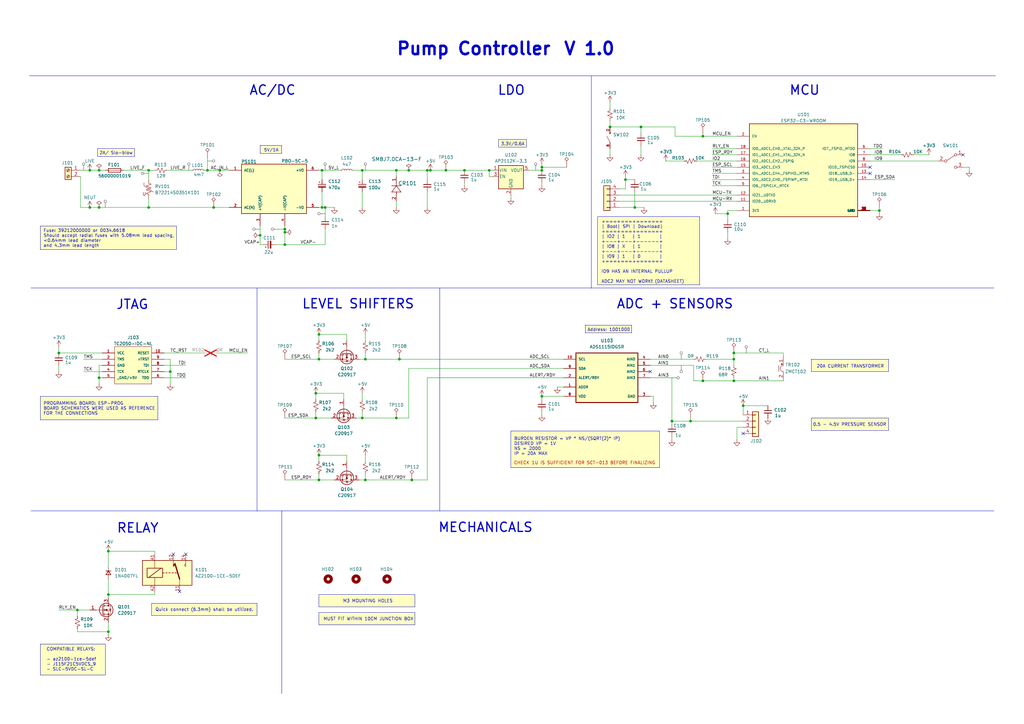
<source format=kicad_sch>
(kicad_sch (version 20231120) (generator "eeschema") (generator_version "8.0")
  (paper "A3")
  (title_block (date "sam. 04 avril 2015"))
  (lib_symbols
    (symbol "2024-02-29_19-59-13:SMBJ7.0CA-13-F" (pin_names (offset 0.254))
      (property "Reference" "CR" (at 5.08 4.445 0))
      (property "Value" "SMBJ7.0CA-13-F" (at 5.08 -3.81 0))
      (symbol "SMBJ7.0CA-13-F_1_1"
        (pin passive line (at 10.16 0 180) (length 2.54) (name "") (number "1"))
        (pin passive line (at 0 0 0) (length 2.54) (name "") (number "2"))
      )
    )
    (symbol "ADS1115IDGSR:ADS1115IDGSR" (pin_names (offset 1.016))
      (property "Reference" "U" (at -12.7 18.78 0))
      (property "Value" "ADS1115IDGSR" (at -0.508 18.796 0))
      (symbol "ADS1115IDGSR_0_0"
        (pin input line (at -17.78 3.81 0) (length 5.08) (name "ADDR") (number "1"))
        (pin input line (at -17.78 15.24 0) (length 5.08) (name "SCL") (number "10"))
        (pin output line (at -17.78 7.62 0) (length 5.08) (name "ALERT/RDY") (number "2"))
        (pin power_in line (at 17.78 0 180) (length 5.08) (name "GND") (number "3"))
        (pin input line (at 17.78 15.24 180) (length 5.08) (name "AIN0") (number "4"))
        (pin input line (at 17.78 12.7 180) (length 5.08) (name "AIN1") (number "5"))
        (pin input line (at 17.78 10.16 180) (length 5.08) (name "AIN2") (number "6"))
        (pin input line (at 17.78 7.62 180) (length 5.08) (name "AIN3") (number "7"))
        (pin power_in line (at -17.78 0 0) (length 5.08) (name "VDD") (number "8"))
        (pin bidirectional line (at -17.78 11.43 0) (length 5.08) (name "SDA") (number "9"))
      )
    )
    (symbol "Connector:Screw_Terminal_01x02" (pin_names (offset 1.016) hide)
      (property "Reference" "J" (at 0 2.54 0))
      (property "Value" "Screw_Terminal_01x02" (at 0 -5.08 0))
      (symbol "Screw_Terminal_01x02_1_1"
        (pin passive line (at -5.08 0 0) (length 3.81) (name "Pin_1") (number "1"))
        (pin passive line (at -5.08 -2.54 0) (length 3.81) (name "Pin_2") (number "2"))
      )
    )
    (symbol "Connector:TestPoint_Alt" (pin_numbers hide) (pin_names (offset 0.762) hide)
      (property "Reference" "TP" (at 0 6.858 0))
      (property "Value" "TestPoint_Alt" (at 0 5.08 0))
      (symbol "TestPoint_Alt_1_1"
        (pin passive line (at 0 0 90) (length 2.54) (name "1") (number "1"))
      )
    )
    (symbol "Connector_Generic:Conn_01x04" (pin_names (offset 1.016) hide)
      (property "Reference" "J" (at 0 5.08 0))
      (property "Value" "Conn_01x04" (at 0 -7.62 0))
      (symbol "Conn_01x04_1_1"
        (pin passive line (at -5.08 2.54 0) (length 3.81) (name "Pin_1") (number "1"))
        (pin passive line (at -5.08 0 0) (length 3.81) (name "Pin_2") (number "2"))
        (pin passive line (at -5.08 -2.54 0) (length 3.81) (name "Pin_3") (number "3"))
        (pin passive line (at -5.08 -5.08 0) (length 3.81) (name "Pin_4") (number "4"))
      )
    )
    (symbol "Device:C_Polarized_Small" (pin_numbers hide) (pin_names (offset 0.254) hide)
      (property "Reference" "C" (at 0.254 1.778 0))
      (property "Value" "C_Polarized_Small" (at 0.254 -2.032 0))
      (symbol "C_Polarized_Small_1_1"
        (pin passive line (at 0 2.54 270) (length 1.8542) (name "~") (number "1"))
        (pin passive line (at 0 -2.54 90) (length 1.8542) (name "~") (number "2"))
      )
    )
    (symbol "Device:C_Small" (pin_numbers hide) (pin_names (offset 0.254) hide)
      (property "Reference" "C" (at 0.254 1.778 0))
      (property "Value" "C_Small" (at 0.254 -2.032 0))
      (symbol "C_Small_1_1"
        (pin passive line (at 0 2.54 270) (length 2.032) (name "~") (number "1"))
        (pin passive line (at 0 -2.54 90) (length 2.032) (name "~") (number "2"))
      )
    )
    (symbol "Device:D_Small" (pin_numbers hide) (pin_names (offset 0.254) hide)
      (property "Reference" "D" (at -1.27 2.032 0))
      (property "Value" "D_Small" (at -3.81 -2.032 0))
      (symbol "D_Small_1_1"
        (pin passive line (at -2.54 0 0) (length 1.778) (name "K") (number "1"))
        (pin passive line (at 2.54 0 180) (length 1.778) (name "A") (number "2"))
      )
    )
    (symbol "Device:Fuse" (pin_numbers hide) (pin_names (offset 0))
      (property "Reference" "F" (at 2.032 0 90))
      (property "Value" "Fuse" (at -1.905 0 90))
      (symbol "Fuse_1_1"
        (pin passive line (at 0 3.81 270) (length 1.27) (name "~") (number "1"))
        (pin passive line (at 0 -3.81 90) (length 1.27) (name "~") (number "2"))
      )
    )
    (symbol "Device:L_Small" (pin_numbers hide) (pin_names (offset 0.254) hide)
      (property "Reference" "L" (at 0.762 1.016 0))
      (property "Value" "L_Small" (at 0.762 -1.016 0))
      (symbol "L_Small_1_1"
        (pin passive line (at 0 2.54 270) (length 0.508) (name "~") (number "1"))
        (pin passive line (at 0 -2.54 90) (length 0.508) (name "~") (number "2"))
      )
    )
    (symbol "Device:R_Small_US" (pin_numbers hide) (pin_names (offset 0.254) hide)
      (property "Reference" "R" (at 0.762 0.508 0))
      (property "Value" "R_Small_US" (at 0.762 -1.016 0))
      (symbol "R_Small_US_1_1"
        (pin passive line (at 0 2.54 270) (length 1.016) (name "~") (number "1"))
        (pin passive line (at 0 -2.54 90) (length 1.016) (name "~") (number "2"))
      )
    )
    (symbol "Device:Varistor_US" (pin_numbers hide) (pin_names (offset 0))
      (property "Reference" "RV" (at 3.175 0 90))
      (property "Value" "Varistor_US" (at -3.175 0 90))
      (symbol "Varistor_US_0_0"
        (text "U" (at -1.778 -2.032 0) (effects (font (size 1.27 1.27))))
      )
      (symbol "Varistor_US_1_1"
        (pin passive line (at 0 3.81 270) (length 1.27) (name "~") (number "1"))
        (pin passive line (at 0 -3.81 90) (length 1.27) (name "~") (number "2"))
      )
    )
    (symbol "Library:PBO-5C-5" (pin_names (offset 1.016))
      (property "Reference" "PS" (at -10.414 8.128 0))
      (property "Value" "PBO-5C-5" (at 6.096 8.128 0))
      (symbol "PBO-5C-5_0_0"
        (pin passive line (at -2.54 -17.78 90) (length 5.08) (name "+V(CAP)") (number "3"))
      )
      (symbol "PBO-5C-5_1_0"
        (pin power_in line (at -15.24 5.08 0) (length 5.08) (name "AC(L)") (number "1"))
        (pin power_in line (at -15.24 -10.16 0) (length 5.08) (name "AC(N)") (number "2"))
        (pin passive line (at 7.62 -17.78 90) (length 5.08) (name "-V(CAP)") (number "4"))
        (pin power_out line (at 21.59 -10.16 180) (length 5.08) (name "-VO") (number "5"))
        (pin power_out line (at 21.59 5.08 180) (length 5.08) (name "+VO") (number "6"))
      )
    )
    (symbol "Mechanical:MountingHole" (pin_names (offset 1.016))
      (property "Reference" "H" (at 0 5.08 0))
      (property "Value" "MountingHole" (at 0 3.175 0))
    )
    (symbol "PARTS:ESP32-C3-WROOM-02" (pin_names (offset 1.016))
      (property "Reference" "U" (at -12.7 21.082 0))
      (property "Value" "ESP32-C3-WROOM" (at -12.7 -18.542 0))
      (symbol "ESP32-C3-WROOM-02_0_0"
        (pin power_in line (at -17.78 -15.24 0) (length 5.08) (name "3V3") (number "1"))
        (pin bidirectional line (at 36.83 2.54 180) (length 5.08) (name "IO10,_FSPICS0") (number "10"))
        (pin bidirectional line (at -17.78 -11.43 0) (length 5.08) (name "IO20,_U0RXD") (number "11"))
        (pin bidirectional line (at -17.78 -8.89 0) (length 5.08) (name "IO21,_U0TXD") (number "12"))
        (pin bidirectional line (at 36.83 0 180) (length 5.08) (name "IO18,_USB_D-") (number "13"))
        (pin bidirectional line (at 36.83 -2.54 180) (length 5.08) (name "IO19,_USB_D+") (number "14"))
        (pin bidirectional line (at -17.78 2.54 0) (length 5.08) (name "IO3,_ADC1_CH3") (number "15"))
        (pin bidirectional line (at -17.78 5.08 0) (length 5.08) (name "IO2,_ADC1_CH2,_FSPIQ") (number "16"))
        (pin bidirectional line (at -17.78 7.62 0) (length 5.08) (name "IO1,_ADC1_CH1,_XTAL_32K_N") (number "17"))
        (pin bidirectional line (at -17.78 10.16 0) (length 5.08) (name "IO0,_ADC1_CH0,_XTAL_32K_P") (number "18"))
        (pin power_in line (at 36.83 -15.24 180) (length 5.08) (name "GND") (number "19"))
        (pin input line (at -17.78 15.24 0) (length 5.08) (name "EN") (number "2"))
        (pin power_in line (at 36.83 -15.24 180) (length 5.08) (name "GND") (number "20"))
        (pin power_in line (at 36.83 -15.24 180) (length 5.08) (name "GND") (number "21"))
        (pin power_in line (at 36.83 -15.24 180) (length 5.08) (name "GND") (number "22"))
        (pin power_in line (at 36.83 -15.24 180) (length 5.08) (name "GND") (number "23"))
        (pin power_in line (at 36.83 -15.24 180) (length 5.08) (name "GND") (number "24"))
        (pin power_in line (at 36.83 -15.24 180) (length 5.08) (name "GND") (number "25"))
        (pin power_in line (at 36.83 -15.24 180) (length 5.08) (name "GND") (number "26"))
        (pin power_in line (at 36.83 -15.24 180) (length 5.08) (name "GND") (number "27"))
        (pin power_in line (at 36.83 -15.24 180) (length 5.08) (name "GND") (number "28"))
        (pin power_in line (at 36.83 -15.24 180) (length 5.08) (name "GND") (number "29"))
        (pin bidirectional line (at -17.78 0 0) (length 5.08) (name "IO4,_ADC1_CH4,_FSPIHD,_MTMS") (number "3"))
        (pin power_in line (at 36.83 -15.24 180) (length 5.08) (name "GND") (number "30"))
        (pin power_in line (at 36.83 -15.24 180) (length 5.08) (name "GND") (number "31"))
        (pin power_in line (at 36.83 -15.24 180) (length 5.08) (name "GND") (number "32"))
        (pin power_in line (at 36.83 -15.24 180) (length 5.08) (name "GND") (number "33"))
        (pin power_in line (at 36.83 -15.24 180) (length 5.08) (name "GND") (number "34"))
        (pin power_in line (at 36.83 -15.24 180) (length 5.08) (name "GND") (number "35"))
        (pin power_in line (at 36.83 -15.24 180) (length 5.08) (name "GND") (number "36"))
        (pin power_in line (at 36.83 -15.24 180) (length 5.08) (name "GND") (number "37"))
        (pin power_in line (at 36.83 -15.24 180) (length 5.08) (name "GND") (number "38"))
        (pin power_in line (at 36.83 -15.24 180) (length 5.08) (name "GND") (number "39"))
        (pin bidirectional line (at -17.78 -2.54 0) (length 5.08) (name "IO5,_ADC2_CH0,_FSPIWP,_MTDI") (number "4"))
        (pin bidirectional line (at -17.78 -5.08 0) (length 5.08) (name "IO6,_FSPICLK,_MTCK") (number "5"))
        (pin bidirectional line (at 36.83 10.16 180) (length 5.08) (name "IO7,_FSPID,_MTDO") (number "6"))
        (pin bidirectional line (at 36.83 7.62 180) (length 5.08) (name "IO8") (number "7"))
        (pin bidirectional line (at 36.83 5.08 180) (length 5.08) (name "IO9") (number "8"))
        (pin power_in line (at 36.83 -15.24 180) (length 5.08) (name "GND") (number "9"))
      )
    )
    (symbol "PARTS:TS-1187A-B-A-B" (pin_names (offset 1.016))
      (property "Reference" "SW" (at -2.54 2.54 0))
      (property "Value" "TS-1187A-B-A-B" (at -2.54 -2.54 0))
      (symbol "TS-1187A-B-A-B_0_0"
        (pin passive line (at -5.08 0 0) (length 2.54) (name "~") (number "A"))
        (pin passive line (at -5.08 0 0) (length 2.54) (name "~") (number "B"))
        (pin passive line (at 3.81 0 180) (length 2.54) (name "~") (number "C"))
        (pin passive line (at 3.81 0 180) (length 2.54) (name "~") (number "D"))
      )
    )
    (symbol "Regulator_Linear:AP2112K-3.3" (pin_names (offset 0.254))
      (property "Reference" "U" (at -5.08 5.715 0))
      (property "Value" "AP2112K-3.3" (at 0 5.715 0))
      (symbol "AP2112K-3.3_1_1"
        (pin power_in line (at -7.62 2.54 0) (length 2.54) (name "VIN") (number "1"))
        (pin power_in line (at 0 -7.62 90) (length 2.54) (name "GND") (number "2"))
        (pin input line (at -7.62 0 0) (length 2.54) (name "EN") (number "3"))
        (pin no_connect line (at 5.08 0 180) (length 2.54) hide (name "NC") (number "4"))
        (pin power_out line (at 7.62 2.54 180) (length 2.54) (name "VOUT") (number "5"))
      )
    )
    (symbol "Relay:Relay_SPDT"
      (property "Reference" "K" (at 11.43 3.81 0))
      (property "Value" "Relay_SPDT" (at 11.43 1.27 0))
      (symbol "Relay_SPDT_1_1"
        (pin passive line (at 5.08 -7.62 90) (length 2.54) (name "~") (number "11"))
        (pin passive line (at 2.54 7.62 270) (length 2.54) (name "~") (number "12"))
        (pin passive line (at 7.62 7.62 270) (length 2.54) (name "~") (number "14"))
        (pin passive line (at -5.08 7.62 270) (length 2.54) (name "~") (number "A1"))
        (pin passive line (at -5.08 -7.62 90) (length 2.54) (name "~") (number "A2"))
      )
    )
    (symbol "STM32MP1_BOARD:TC2050-IDC-NL" (pin_names (offset 1.016))
      (property "Reference" "J" (at -7.62 7.62 0))
      (property "Value" "TC2050-IDC-NL" (at -7.62 -10.16 0))
      (symbol "TC2050-IDC-NL_0_0"
        (pin power_in line (at -12.7 5.08 0) (length 5.08) (name "VCC") (number "1"))
        (pin input line (at 12.7 5.08 180) (length 5.08) (name "RESET") (number "10"))
        (pin bidirectional line (at -12.7 2.54 0) (length 5.08) (name "TMS") (number "2"))
        (pin power_in line (at -12.7 0 0) (length 5.08) (name "GND") (number "3"))
        (pin bidirectional line (at -12.7 -2.54 0) (length 5.08) (name "TCK") (number "4"))
        (pin power_in line (at -12.7 -5.08 0) (length 5.08) (name "_GND/+5V") (number "5"))
        (pin output line (at 12.7 -5.08 180) (length 5.08) (name "TDO") (number "6"))
        (pin output line (at 12.7 -2.54 180) (length 5.08) (name "RTCLK") (number "7"))
        (pin input line (at 12.7 0 180) (length 5.08) (name "TDI") (number "8"))
        (pin input line (at 12.7 2.54 180) (length 5.08) (name "nTRST") (number "9"))
      )
    )
    (symbol "Switch:SW_SPDT" (pin_names (offset 0) hide)
      (property "Reference" "SW" (at 0 4.318 0))
      (property "Value" "SW_SPDT" (at 0 -5.08 0))
      (symbol "SW_SPDT_1_1"
        (pin passive line (at 5.08 2.54 180) (length 2.54) (name "A") (number "1"))
        (pin passive line (at -5.08 0 0) (length 2.54) (name "B") (number "2"))
        (pin passive line (at 5.08 -2.54 180) (length 2.54) (name "C") (number "3"))
      )
    )
    (symbol "Transformer:ZMCT103C"
      (property "Reference" "TR" (at 0 3.81 0))
      (property "Value" "ZMCT103C" (at 0 -2.54 0))
      (symbol "ZMCT103C_1_1"
        (pin passive line (at -5.08 0 0) (length 3.81) (name "~") (number "1"))
        (pin passive line (at 5.08 0 180) (length 3.81) (name "~") (number "2"))
      )
    )
    (symbol "Transistor_FET:DMG2302U" (pin_names hide)
      (property "Reference" "Q" (at 5.08 1.905 0))
      (property "Value" "DMG2302U" (at 5.08 0 0))
      (symbol "DMG2302U_1_1"
        (pin input line (at -5.08 0 0) (length 2.54) (name "G") (number "1"))
        (pin passive line (at 2.54 -5.08 90) (length 2.54) (name "S") (number "2"))
        (pin passive line (at 2.54 5.08 270) (length 2.54) (name "D") (number "3"))
      )
    )
    (symbol "power:+3V3" (power) (pin_names (offset 0))
      (property "Value" "+3V3" (at 0 3.556 0))
      (symbol "+3V3_1_1"
        (pin power_in line (at 0 0 90) (length 0) hide (name "+3V3") (number "1"))
      )
    )
    (symbol "power:+5V" (power) (pin_names (offset 0))
      (property "Value" "+5V" (at 0 3.556 0))
      (symbol "+5V_1_1"
        (pin power_in line (at 0 0 90) (length 0) hide (name "+5V") (number "1"))
      )
    )
    (symbol "power:GND" (power) (pin_names (offset 0))
      (property "Value" "GND" (at 0 -3.81 0))
      (symbol "GND_1_1"
        (pin power_in line (at 0 0 270) (length 0) hide (name "GND") (number "1"))
      )
    )
    (symbol "power:LINE" (power) (pin_numbers hide) (pin_names (offset 0) hide)
      (property "Value" "LINE" (at 0 3.556 0))
      (symbol "LINE_1_1"
        (pin power_in line (at 0 0 90) (length 0) (name "~") (number "1"))
      )
    )
    (symbol "power:NEUT" (power) (pin_numbers hide) (pin_names (offset 0) hide)
      (property "Value" "NEUT" (at 0 3.556 0))
      (symbol "NEUT_1_1"
        (pin power_in line (at 0 0 90) (length 0) (name "~") (number "1"))
      )
    )
    (symbol "power:PWR_FLAG" (power) (pin_numbers hide) (pin_names (offset 0) hide)
      (property "Value" "PWR_FLAG" (at 0 3.81 0))
      (symbol "PWR_FLAG_0_0"
        (pin power_out line (at 0 0 90) (length 0) (name "~") (number "1"))
      )
    )
  )
  (junction (at 148.59 69.85))
  (junction (at 44.45 243.84))
  (junction (at 90.17 69.85))
  (junction (at 275.59 172.72))
  (junction (at 200.66 69.85))
  (junction (at 167.64 69.85))
  (junction (at 260.35 85.09))
  (junction (at 149.86 147.32))
  (junction (at 168.91 196.85))
  (junction (at 60.96 85.09))
  (junction (at 175.26 69.85))
  (junction (at 130.81 147.32))
  (junction (at 250.19 52.07))
  (junction (at 182.88 69.85))
  (junction (at 256.54 73.66))
  (junction (at 222.25 68.58))
  (junction (at 129.54 161.29))
  (junction (at 44.45 259.08))
  (junction (at 130.81 186.69))
  (junction (at 129.54 171.45))
  (junction (at 24.13 144.78))
  (junction (at 116.84 93.98))
  (junction (at 222.25 162.56))
  (junction (at 116.84 100.33))
  (junction (at 300.99 156.21))
  (junction (at 31.75 250.19))
  (junction (at 176.53 69.85))
  (junction (at 300.99 147.32))
  (junction (at 222.25 69.85))
  (junction (at 298.45 87.63))
  (junction (at 40.64 154.94))
  (junction (at 283.21 172.72))
  (junction (at 69.85 152.4))
  (junction (at 60.96 69.85))
  (junction (at 130.81 137.16))
  (junction (at 87.63 85.09))
  (junction (at 162.56 171.45))
  (junction (at 36.83 69.85))
  (junction (at 288.29 55.88))
  (junction (at 106.68 96.52))
  (junction (at 304.8 166.37))
  (junction (at 132.08 85.09))
  (junction (at 36.83 85.09))
  (junction (at 132.08 69.85))
  (junction (at 40.64 85.09))
  (junction (at 360.68 86.36))
  (junction (at 85.09 69.85))
  (junction (at 163.83 147.32))
  (junction (at 149.86 196.85))
  (junction (at 40.64 69.85))
  (junction (at 262.89 52.07))
  (junction (at 116.84 95.25))
  (junction (at 130.81 196.85))
  (junction (at 300.99 144.78))
  (junction (at 148.59 171.45))
  (junction (at 44.45 226.06))
  (junction (at 133.35 85.09))
  (junction (at 190.5 69.85))
  (junction (at 288.29 156.21))
  (junction (at 162.56 69.85))
  (no_connect (at 394.97 63.5))
  (no_connect (at 76.2 227.33))
  (no_connect (at 304.8 177.8))
  (no_connect (at 356.87 71.12))
  (no_connect (at 356.87 68.58))
  (no_connect (at 266.7 152.4))
  (no_connect (at 73.66 242.57))
  (no_connect (at 71.12 227.33))
  (wire (pts (xy 266.7 147.32) (xy 284.48 147.32)))
  (wire (pts (xy 175.26 154.94) (xy 231.14 154.94)))
  (wire (pts (xy 292.1 63.5) (xy 302.26 63.5)))
  (wire (pts (xy 149.86 139.7) (xy 149.86 137.16)))
  (wire (pts (xy 69.85 147.32) (xy 69.85 152.4)))
  (wire (pts (xy 148.59 168.91) (xy 148.59 171.45)))
  (wire (pts (xy 31.75 259.08) (xy 44.45 259.08)))
  (wire (pts (xy 40.64 157.48) (xy 40.64 154.94)))
  (wire (pts (xy 360.68 87.63) (xy 360.68 86.36)))
  (wire (pts (xy 34.29 152.4) (xy 41.91 152.4)))
  (wire (pts (xy 266.7 149.86) (xy 284.48 149.86)))
  (polyline (pts (xy 242.57 118.11) (xy 242.57 31.115)))
  (wire (pts (xy 300.99 149.86) (xy 300.99 147.32)))
  (wire (pts (xy 162.56 72.39) (xy 162.56 69.85)))
  (wire (pts (xy 130.81 85.09) (xy 132.08 85.09)))
  (wire (pts (xy 129.54 163.83) (xy 129.54 161.29)))
  (wire (pts (xy 300.99 156.21) (xy 300.99 154.94)))
  (wire (pts (xy 222.25 68.58) (xy 232.41 68.58)))
  (wire (pts (xy 162.56 69.85) (xy 148.59 69.85)))
  (wire (pts (xy 267.97 162.56) (xy 266.7 162.56)))
  (wire (pts (xy 300.99 144.78) (xy 321.31 144.78)))
  (wire (pts (xy 256.54 77.47) (xy 254 77.47)))
  (wire (pts (xy 133.35 85.09) (xy 137.16 85.09)))
  (wire (pts (xy 256.54 73.66) (xy 256.54 77.47)))
  (wire (pts (xy 148.59 171.45) (xy 162.56 171.45)))
  (wire (pts (xy 397.51 68.58) (xy 397.51 69.85)))
  (wire (pts (xy 33.02 72.39) (xy 33.02 85.09)))
  (wire (pts (xy 360.68 85.09) (xy 360.68 86.36)))
  (wire (pts (xy 284.48 156.21) (xy 288.29 156.21)))
  (wire (pts (xy 148.59 163.83) (xy 148.59 161.29)))
  (wire (pts (xy 190.5 74.93) (xy 190.5 76.2)))
  (wire (pts (xy 40.64 149.86) (xy 41.91 149.86)))
  (wire (pts (xy 304.8 166.37) (xy 304.8 170.18)))
  (wire (pts (xy 175.26 69.85) (xy 167.64 69.85)))
  (wire (pts (xy 304.8 166.37) (xy 314.96 166.37)))
  (wire (pts (xy 262.89 59.69) (xy 262.89 63.5)))
  (wire (pts (xy 201.93 72.39) (xy 200.66 72.39)))
  (wire (pts (xy 147.32 147.32) (xy 149.86 147.32)))
  (wire (pts (xy 106.68 100.33) (xy 107.95 100.33)))
  (wire (pts (xy 40.64 154.94) (xy 40.64 149.86)))
  (wire (pts (xy 149.86 196.85) (xy 168.91 196.85)))
  (wire (pts (xy 140.97 163.83) (xy 140.97 161.29)))
  (wire (pts (xy 83.82 69.85) (xy 85.09 69.85)))
  (wire (pts (xy 300.99 147.32) (xy 289.56 147.32)))
  (wire (pts (xy 33.02 69.85) (xy 36.83 69.85)))
  (wire (pts (xy 374.65 63.5) (xy 381 63.5)))
  (wire (pts (xy 256.54 73.66) (xy 260.35 73.66)))
  (wire (pts (xy 132.08 85.09) (xy 133.35 85.09)))
  (wire (pts (xy 222.25 168.91) (xy 222.25 170.18)))
  (wire (pts (xy 267.97 165.1) (xy 267.97 162.56)))
  (wire (pts (xy 132.08 73.66) (xy 132.08 69.85)))
  (wire (pts (xy 60.96 85.09) (xy 87.63 85.09)))
  (wire (pts (xy 149.86 147.32) (xy 163.83 147.32)))
  (wire (pts (xy 260.35 85.09) (xy 254 85.09)))
  (wire (pts (xy 142.24 186.69) (xy 130.81 186.69)))
  (polyline (pts (xy 242.57 118.11) (xy 407.67 118.11)))
  (wire (pts (xy 130.81 189.23) (xy 130.81 186.69)))
  (wire (pts (xy 130.81 144.78) (xy 130.81 147.32)))
  (wire (pts (xy 40.64 154.94) (xy 41.91 154.94)))
  (wire (pts (xy 24.13 144.78) (xy 41.91 144.78)))
  (wire (pts (xy 168.91 196.85) (xy 175.26 196.85)))
  (wire (pts (xy 222.25 68.58) (xy 222.25 69.85)))
  (wire (pts (xy 275.59 179.07) (xy 275.59 180.34)))
  (wire (pts (xy 209.55 80.01) (xy 209.55 81.28)))
  (wire (pts (xy 222.25 74.93) (xy 222.25 76.2)))
  (wire (pts (xy 63.5 242.57) (xy 63.5 243.84)))
  (wire (pts (xy 148.59 73.66) (xy 148.59 69.85)))
  (wire (pts (xy 356.87 86.36) (xy 360.68 86.36)))
  (wire (pts (xy 85.09 69.85) (xy 90.17 69.85)))
  (wire (pts (xy 40.64 85.09) (xy 60.96 85.09)))
  (wire (pts (xy 283.21 172.72) (xy 283.21 171.45)))
  (wire (pts (xy 292.1 68.58) (xy 302.26 68.58)))
  (wire (pts (xy 24.13 149.86) (xy 24.13 152.4)))
  (wire (pts (xy 176.53 69.85) (xy 182.88 69.85)))
  (wire (pts (xy 175.26 69.85) (xy 175.26 73.66)))
  (wire (pts (xy 182.88 69.85) (xy 190.5 69.85)))
  (wire (pts (xy 162.56 82.55) (xy 162.56 85.09)))
  (wire (pts (xy 44.45 243.84) (xy 44.45 237.49)))
  (wire (pts (xy 60.96 69.85) (xy 60.96 73.66)))
  (wire (pts (xy 149.86 144.78) (xy 149.86 147.32)))
  (wire (pts (xy 264.16 85.09) (xy 260.35 85.09)))
  (wire (pts (xy 63.5 227.33) (xy 63.5 226.06)))
  (wire (pts (xy 67.31 154.94) (xy 76.2 154.94)))
  (wire (pts (xy 356.87 60.96) (xy 361.95 60.96)))
  (polyline (pts (xy 12.065 31.115) (xy 408.305 31.115)))
  (wire (pts (xy 31.75 259.08) (xy 31.75 257.81)))
  (wire (pts (xy 130.81 194.31) (xy 130.81 196.85)))
  (wire (pts (xy 176.53 69.85) (xy 175.26 69.85)))
  (wire (pts (xy 67.31 144.78) (xy 83.82 144.78)))
  (wire (pts (xy 292.1 60.96) (xy 302.26 60.96)))
  (wire (pts (xy 148.59 78.74) (xy 148.59 85.09)))
  (wire (pts (xy 140.97 161.29) (xy 129.54 161.29)))
  (wire (pts (xy 142.24 137.16) (xy 130.81 137.16)))
  (wire (pts (xy 44.45 226.06) (xy 44.45 232.41)))
  (wire (pts (xy 50.8 69.85) (xy 60.96 69.85)))
  (wire (pts (xy 40.64 69.85) (xy 43.18 69.85)))
  (polyline (pts (xy 180.34 209.55) (xy 407.67 209.55)))
  (wire (pts (xy 288.29 156.21) (xy 300.99 156.21)))
  (wire (pts (xy 116.84 95.25) (xy 116.84 93.98)))
  (wire (pts (xy 129.54 171.45) (xy 135.89 171.45)))
  (wire (pts (xy 129.54 168.91) (xy 129.54 171.45)))
  (wire (pts (xy 34.29 147.32) (xy 41.91 147.32)))
  (wire (pts (xy 116.84 100.33) (xy 133.35 100.33)))
  (wire (pts (xy 175.26 78.74) (xy 175.26 85.09)))
  (wire (pts (xy 116.84 147.32) (xy 130.81 147.32)))
  (wire (pts (xy 167.64 69.85) (xy 162.56 69.85)))
  (wire (pts (xy 60.96 81.28) (xy 60.96 85.09)))
  (wire (pts (xy 321.31 144.78) (xy 321.31 146.05)))
  (wire (pts (xy 288.29 55.88) (xy 302.26 55.88)))
  (wire (pts (xy 222.25 67.31) (xy 222.25 68.58)))
  (wire (pts (xy 68.58 69.85) (xy 78.74 69.85)))
  (wire (pts (xy 85.09 64.77) (xy 85.09 69.85)))
  (wire (pts (xy 149.86 189.23) (xy 149.86 186.69)))
  (wire (pts (xy 162.56 171.45) (xy 167.64 171.45)))
  (wire (pts (xy 24.13 250.19) (xy 31.75 250.19)))
  (wire (pts (xy 44.45 243.84) (xy 44.45 245.11)))
  (wire (pts (xy 250.19 60.96) (xy 250.19 63.5)))
  (wire (pts (xy 130.81 196.85) (xy 137.16 196.85)))
  (wire (pts (xy 132.08 78.74) (xy 132.08 85.09)))
  (wire (pts (xy 190.5 69.85) (xy 200.66 69.85)))
  (wire (pts (xy 298.45 95.25) (xy 298.45 97.79)))
  (wire (pts (xy 262.89 54.61) (xy 262.89 52.07)))
  (wire (pts (xy 250.19 52.07) (xy 262.89 52.07)))
  (wire (pts (xy 217.17 69.85) (xy 222.25 69.85)))
  (wire (pts (xy 356.87 73.66) (xy 367.03 73.66)))
  (polyline (pts (xy 180.34 209.55) (xy 180.34 118.11)))
  (polyline (pts (xy 105.41 209.55) (xy 105.41 118.11)))
  (wire (pts (xy 116.84 95.25) (xy 116.84 100.33)))
  (wire (pts (xy 275.59 154.94) (xy 266.7 154.94)))
  (wire (pts (xy 31.75 250.19) (xy 36.83 250.19)))
  (wire (pts (xy 292.1 76.2) (xy 302.26 76.2)))
  (wire (pts (xy 114.3 93.98) (xy 116.84 93.98)))
  (polyline (pts (xy 115.57 209.55) (xy 115.57 284.48)))
  (wire (pts (xy 250.19 49.53) (xy 250.19 52.07)))
  (wire (pts (xy 254 80.01) (xy 302.26 80.01)))
  (wire (pts (xy 163.83 147.32) (xy 231.14 147.32)))
  (wire (pts (xy 113.03 100.33) (xy 116.84 100.33)))
  (wire (pts (xy 36.83 85.09) (xy 40.64 85.09)))
  (wire (pts (xy 44.45 255.27) (xy 44.45 259.08)))
  (wire (pts (xy 276.86 52.07) (xy 276.86 55.88)))
  (wire (pts (xy 133.35 85.09) (xy 133.35 88.9)))
  (wire (pts (xy 133.35 93.98) (xy 133.35 100.33)))
  (wire (pts (xy 284.48 149.86) (xy 284.48 156.21)))
  (polyline (pts (xy 12.7 118.11) (xy 242.57 118.11)))
  (wire (pts (xy 256.54 72.39) (xy 256.54 73.66)))
  (wire (pts (xy 302.26 175.26) (xy 304.8 175.26)))
  (wire (pts (xy 146.05 171.45) (xy 148.59 171.45)))
  (polyline (pts (xy 242.57 118.11) (xy 242.57 118.11)))
  (wire (pts (xy 116.84 196.85) (xy 130.81 196.85)))
  (wire (pts (xy 302.26 86.36) (xy 298.45 86.36)))
  (wire (pts (xy 283.21 172.72) (xy 304.8 172.72)))
  (wire (pts (xy 142.24 189.23) (xy 142.24 186.69)))
  (wire (pts (xy 300.99 147.32) (xy 300.99 144.78)))
  (wire (pts (xy 254 82.55) (xy 302.26 82.55)))
  (wire (pts (xy 298.45 86.36) (xy 298.45 87.63)))
  (wire (pts (xy 67.31 152.4) (xy 69.85 152.4)))
  (wire (pts (xy 149.86 194.31) (xy 149.86 196.85)))
  (wire (pts (xy 275.59 154.94) (xy 275.59 172.72)))
  (wire (pts (xy 293.37 87.63) (xy 298.45 87.63)))
  (wire (pts (xy 69.85 152.4) (xy 69.85 157.48)))
  (wire (pts (xy 228.6 158.75) (xy 231.14 158.75)))
  (wire (pts (xy 167.64 151.13) (xy 231.14 151.13)))
  (wire (pts (xy 67.31 147.32) (xy 69.85 147.32)))
  (wire (pts (xy 222.25 162.56) (xy 231.14 162.56)))
  (wire (pts (xy 356.87 66.04) (xy 384.81 66.04)))
  (wire (pts (xy 36.83 69.85) (xy 40.64 69.85)))
  (polyline (pts (xy 105.41 209.55) (xy 180.34 209.55)))
  (wire (pts (xy 116.84 171.45) (xy 129.54 171.45)))
  (wire (pts (xy 63.5 226.06) (xy 44.45 226.06)))
  (wire (pts (xy 200.66 72.39) (xy 200.66 69.85)))
  (wire (pts (xy 167.64 171.45) (xy 167.64 151.13)))
  (wire (pts (xy 148.59 69.85) (xy 144.78 69.85)))
  (wire (pts (xy 292.1 73.66) (xy 302.26 73.66)))
  (wire (pts (xy 273.05 66.04) (xy 280.67 66.04)))
  (wire (pts (xy 275.59 172.72) (xy 283.21 172.72)))
  (wire (pts (xy 285.75 66.04) (xy 302.26 66.04)))
  (wire (pts (xy 88.9 144.78) (xy 101.6 144.78)))
  (wire (pts (xy 356.87 63.5) (xy 369.57 63.5)))
  (wire (pts (xy 63.5 243.84) (xy 44.45 243.84)))
  (wire (pts (xy 44.45 259.08) (xy 44.45 260.35)))
  (wire (pts (xy 298.45 87.63) (xy 298.45 90.17)))
  (wire (pts (xy 302.26 175.26) (xy 302.26 180.34)))
  (wire (pts (xy 147.32 196.85) (xy 149.86 196.85)))
  (polyline (pts (xy 12.7 209.55) (xy 105.41 209.55)))
  (wire (pts (xy 300.99 156.21) (xy 321.31 156.21)))
  (wire (pts (xy 132.08 69.85) (xy 139.7 69.85)))
  (wire (pts (xy 276.86 55.88) (xy 288.29 55.88)))
  (wire (pts (xy 142.24 139.7) (xy 142.24 137.16)))
  (wire (pts (xy 106.68 96.52) (xy 106.68 92.71)))
  (wire (pts (xy 24.13 142.24) (xy 24.13 144.78)))
  (wire (pts (xy 76.2 149.86) (xy 67.31 149.86)))
  (wire (pts (xy 200.66 69.85) (xy 201.93 69.85)))
  (wire (pts (xy 130.81 139.7) (xy 130.81 137.16)))
  (wire (pts (xy 276.86 52.07) (xy 262.89 52.07)))
  (wire (pts (xy 116.84 93.98) (xy 116.84 92.71)))
  (wire (pts (xy 288.29 54.61) (xy 288.29 55.88)))
  (wire (pts (xy 175.26 196.85) (xy 175.26 154.94)))
  (wire (pts (xy 394.97 68.58) (xy 397.51 68.58)))
  (wire (pts (xy 60.96 69.85) (xy 63.5 69.85)))
  (wire (pts (xy 222.25 162.56) (xy 222.25 163.83)))
  (wire (pts (xy 260.35 78.74) (xy 260.35 85.09)))
  (wire (pts (xy 87.63 85.09) (xy 93.98 85.09)))
  (wire (pts (xy 33.02 85.09) (xy 36.83 85.09)))
  (wire (pts (xy 132.08 69.85) (xy 130.81 69.85)))
  (wire (pts (xy 31.75 250.19) (xy 31.75 252.73)))
  (wire (pts (xy 130.81 147.32) (xy 137.16 147.32)))
  (wire (pts (xy 90.17 69.85) (xy 93.98 69.85)))
  (wire (pts (xy 250.19 41.91) (xy 250.19 44.45)))
  (wire (pts (xy 275.59 173.99) (xy 275.59 172.72)))
  (wire (pts (xy 106.68 100.33) (xy 106.68 96.52)))
  (wire (pts (xy 292.1 71.12) (xy 302.26 71.12)))
  (rectangle (start 245.11 88.9) (end 287.02 116.84) (fill (type color) (color 255 255 194 1)))
  (rectangle (start 130.81 243.84) (end 170.18 248.92) (fill (type color) (color 255 255 194 1)))
  (rectangle (start 40.005 60.96) (end 55.245 64.135) (fill (type color) (color 255 255 194 1)))
  (rectangle (start 130.81 251.206) (end 170.18 256.286) (fill (type color) (color 255 255 194 1)))
  (rectangle (start 204.47 57.15) (end 215.9 60.325) (fill (type color) (color 255 255 194 1)))
  (rectangle (start 62.23 247.396) (end 105.41 252.476) (fill (type color) (color 255 255 194 1)))
  (rectangle (start 332.74 147.32) (end 364.49 152.4) (fill (type color) (color 255 255 194 1)))
  (rectangle (start 332.74 171.45) (end 364.49 176.53) (fill (type color) (color 255 255 194 1)))
  (rectangle (start 16.51 162.56) (end 64.77 172.212) (fill (type color) (color 255 255 194 1)))
  (rectangle (start 16.51 92.71) (end 72.39 102.362) (fill (type color) (color 255 255 194 1)))
  (rectangle (start 209.55 176.784) (end 270.51 191.77) (fill (type color) (color 255 255 194 1)))
  (rectangle (start 240.03 133.35) (end 259.08 136.525) (fill (type color) (color 255 255 194 1)))
  (rectangle (start 106.68 59.69) (end 115.57 62.865) (fill (type color) (color 255 255 194 1)))
  (rectangle (start 16.51 264.16) (end 43.18 276.86) (fill (type color) (color 255 255 194 1)))
  (text "+===+===+======+\n| Boot| SPI | Download|\n+===+===+======+\n| IO2 | 1   | 1        |\n+---+---+------+\n| IO8 | X   | 1        |\n+---+---+------+\n| IO9 | 1   | 0        |\n+===+===+======+\n\nIO9 HAS AN INTERNAL PULLUP\n\nADC2 MAY NOT WORK! (DATASHEET)" (at 246.634 116.332 0) (effects (font (size 1.27 1.27)) (justify left bottom)))
  (text "5V/1A" (at 111.252 61.722 0) (effects (font (size 1.27 1.27))))
  (text "0.5 - 4.5V PRESSURE SENSOR" (at 348.488 174.244 0) (effects (font (size 1.27 1.27))))
  (text "LEVEL SHIFTERS" (at 123.698 127 0) (effects (font (size 3.81 3.81) (thickness 0.508) (bold yes)) (justify left bottom)))
  (text "Quick connect (6.3mm) shall be utilized." (at 83.82 250.19 0) (effects (font (size 1.27 1.27))))
  (text "3.3V/0.6A" (at 210.312 59.182 0) (effects (font (size 1.27 1.27))))
  (text "AC/DC" (at 102.108 39.37 0) (effects (font (size 3.81 3.81) (thickness 0.508) (bold yes)) (justify left bottom)))
  (text "MUST FIT WITHIN 10CM JUNCTION BOX" (at 151.13 254 0) (effects (font (size 1.27 1.27))))
  (text "RELAY" (at 47.752 218.948 0) (effects (font (size 3.81 3.81) (thickness 0.508) (bold yes)) (justify left bottom)))
  (text "COMPATIBLE RELAYS: \n\n- az2100-1ce-5def \n- J115F21C5VDCS_9\n- SLC-5VDC-SL-C" (at 19.05 270.51 0) (effects (font (size 1.27 1.27)) (justify left)))
  (text "BURDEN RESISTOR = VP * NS/(SQRT(2)* IP)\nDESIRED VP = 1V\nNS = 2000\nIP = 20A MAX\n\n" (at 210.82 184.15 0) (effects (font (size 1.27 1.27)) (justify left)))
  (text "PROGRAMMING BOARD: ESP-PROG\nBOARD SCHEMATICS WERE USED AS REFERENCE \nFOR THE CONNECTIONS" (at 17.78 167.64 0) (effects (font (size 1.27 1.27)) (justify left)))
  (text "JTAG" (at 47.498 127.254 0) (effects (font (size 3.81 3.81) (thickness 0.508) (bold yes)) (justify left bottom)))
  (text "M3 MOUNTING HOLES" (at 150.876 246.634 0) (effects (font (size 1.27 1.27))))
  (text "20A CURRENT TRANSFORMER" (at 348.742 150.368 0) (effects (font (size 1.27 1.27))))
  (text "Pump Controller" (at 162.306 23.114 0) (effects (font (size 5.08 5.08) (thickness 1.016) (bold yes)) (justify left bottom)))
  (text "LDO" (at 203.962 39.37 0) (effects (font (size 3.81 3.81) (thickness 0.508) (bold yes)) (justify left bottom)))
  (text "Fuse: 39212000000 or 0034.6618\nShould accept radial fuses with 5.08mm lead spacing,\n<0.64mm lead diameter \nand 4.3mm lead length" (at 17.78 97.79 0) (effects (font (size 1.27 1.27)) (justify left)))
  (text "Address: 1001000" (at 249.682 135.382 0) (effects (font (size 1.27 1.27))))
  (text "CHECK 1U IS SUFFICIENT FOR SCT-013 BEFORE FINALIZING" (at 239.776 189.992 0) (effects (font (size 1.27 1.27))))
  (text "MECHANICALS" (at 179.578 218.694 0) (effects (font (size 3.81 3.81) (thickness 0.508) (bold yes)) (justify left bottom)))
  (text "2A/ Slo-blow" (at 47.625 62.865 0) (effects (font (size 1.27 1.27))))
  (text "MCU" (at 323.596 39.37 0) (effects (font (size 3.81 3.81) (thickness 0.508) (bold yes)) (justify left bottom)))
  (text "ADC + SENSORS" (at 252.73 127 0) (effects (font (size 3.81 3.81) (thickness 0.508) (bold yes)) (justify left bottom)))
  (text "V 1.0" (at 230.886 23.114 0) (effects (font (size 5.08 5.08) (thickness 1.016) (bold yes)) (justify left bottom)))
  (label "MCU-RX" (at 292.1 82.55 0))
  (label "ESP_RDY" (at 119.38 196.85 0))
  (label "TDO" (at 361.95 60.96 180))
  (label "MCU_EN" (at 101.6 144.78 180))
  (label "ALERT/RDY" (at 217.17 154.94 0))
  (label "VCAP+" (at 106.68 100.33 180))
  (label "RLY_EN" (at 24.13 250.19 0))
  (label "AIN3" (at 274.32 154.94 180))
  (label "RLY_EN" (at 292.1 60.96 0))
  (label "ESP_SCL" (at 119.38 147.32 0))
  (label "AIN1" (at 274.32 149.86 180))
  (label "VCAP-" (at 123.19 100.33 0))
  (label "ADC_SDA" (at 217.17 151.13 0))
  (label "AIN1" (at 311.15 156.21 0))
  (label "ESP_SDA" (at 118.11 171.45 0))
  (label "TDI" (at 292.1 73.66 0))
  (label "5V_L" (at 134.62 69.85 0))
  (label "IO2" (at 292.1 66.04 0))
  (label "IO8" (at 361.95 63.5 180))
  (label "TCK" (at 34.29 152.4 0))
  (label "TDI" (at 76.2 149.86 180))
  (label "ALERT/RDY" (at 166.37 196.85 180))
  (label "CT_L" (at 311.15 144.78 0))
  (label "AIN0" (at 274.32 147.32 180))
  (label "LIVE_F" (at 53.34 69.85 0))
  (label "TMS" (at 34.29 147.32 0))
  (label "LIVE_R" (at 69.85 69.85 0))
  (label "TMS" (at 292.1 71.12 0))
  (label "TDO" (at 76.2 154.94 180))
  (label "ESP_SCL" (at 292.1 68.58 0))
  (label "IO9" (at 361.95 66.04 180))
  (label "ESP_SDA" (at 367.03 73.66 180))
  (label "ESP_RDY" (at 292.1 63.5 0))
  (label "MCU-TX" (at 292.1 80.01 0))
  (label "MCU_EN" (at 292.1 55.88 0))
  (label "TCK" (at 292.1 76.2 0))
  (label "AC_IN_L" (at 86.36 69.85 0))
  (label "TC_RST" (at 69.85 144.78 0))
  (label "ADC_SCL" (at 217.17 147.32 0))
  (netclass_flag "" (length 2.54) (shape round) (at 279.4 149.86 180) (property "Netclass" "Analog" (effects (hide yes))))
  (netclass_flag "" (length 2.54) (shape round) (at 106.68 93.98 90) (property "Netclass" "AC" (effects (hide yes))))
  (netclass_flag "" (length 2.54) (shape round) (at 60.96 71.12 90) (property "Netclass" "AC" (effects (hide yes))))
  (netclass_flag "" (length 2.54) (shape round) (at 34.29 69.85 0) (property "Netclass" "AC" (effects (hide yes))))
  (netclass_flag "" (length 2.54) (shape round) (at 114.3 93.98 90) (property "Netclass" "AC" (effects (hide yes))))
  (netclass_flag "" (length 2.54) (shape round) (at 133.35 69.85 0) (property "Netclass" "DC" (effects (hide yes))))
  (netclass_flag "" (length 2.54) (shape round) (at 85.09 66.04 270) (property "Netclass" "AC" (effects (hide yes))))
  (netclass_flag "" (length 2.54) (shape round) (at 306.07 144.78 0) (property "Netclass" "Analog" (effects (hide yes))))
  (netclass_flag "" (length 2.54) (shape round) (at 149.86 69.85 0) (property "Netclass" "DC" (effects (hide yes))))
  (netclass_flag "" (length 2.54) (shape round) (at 279.4 147.32 0) (property "Netclass" "Analog" (effects (hide yes))))
  (netclass_flag "" (length 2.54) (shape round) (at 133.35 87.63 90) (property "Netclass" "DC" (effects (hide yes))))
  (netclass_flag "" (length 2.54) (shape round) (at 43.18 85.09 0) (property "Netclass" "AC" (effects (hide yes))))
  (netclass_flag "" (length 2.54) (shape round) (at 275.59 154.94 270) (property "Netclass" "Analog" (effects (hide yes))))
  (netclass_flag "" (length 2.54) (shape round) (at 219.71 69.85 0) (property "Netclass" "DC" (effects (hide yes))))
  (netclass_flag "" (length 2.54) (shape round) (at 77.47 69.85 0) (property "Netclass" "AC" (effects (hide yes))))
  (symbol (lib_id "Connector:TestPoint_Alt") (at 116.84 147.32 0) (unit 1) (in_bom no)
    (property "Reference" "TP107" (at 113.792 141.986 0) (effects (justify left)))
    (property "Value" "TestPoint_Alt" (effects (hide yes)))
    (property "Footprint" "TestPoint:TestPoint_Pad_1.5x1.5mm" (effects (hide yes)))
    (property "Description" "test point (alternative shape)" (effects (hide yes)))
  )
  (symbol (lib_id "power:PWR_FLAG") (at 40.64 85.09 0) (unit 1)
    (property "Reference" "#FLG0101" (effects (hide yes)))
    (property "Value" "PWR_FLAG" (effects (hide yes)))
    (property "Description" "Special symbol for telling ERC where power comes from" (effects (hide yes)))
  )
  (symbol (lib_id "Transformer:ZMCT103C") (at 321.31 151.13 90) (mirror x) (unit 1)
    (property "Reference" "TR102" (at 328.168 149.606 90) (effects (justify left)))
    (property "Value" "ZMCT102" (at 330.708 152.4 90) (effects (justify left)))
    (property "Footprint" "Library:zmct102" (effects (hide yes)))
    (property "Datasheet" "https://5lrorwxhmqqiiik.leadongcdn.com/ZMCT102+specification-aidikBqoKomRilSlpiliokq.pdf" (effects (hide yes)))
    (property "Description" "Qingxian Zeming Langxi Electronic ZMCT103C current transformer 1000:1 10A" (effects (hide yes)))
    (property "_Checked" "kma" (effects (hide yes)))
    (property "Manufacturer" "Qingxian Zeming Langxi Electronic" (effects (hide yes)))
    (property "Part Number" "ZMCT102" (effects (hide yes)))
  )
  (symbol (lib_id "power:+3V3") (at 130.81 137.16 0) (unit 1)
    (property "Reference" "#PWR0122" (effects (hide yes)))
    (property "Value" "+3V3" (at 130.81 133.35 0))
  )
  (symbol (lib_id "power:+5V") (at 149.86 137.16 0) (unit 1)
    (property "Reference" "#PWR0121" (effects (hide yes)))
    (property "Value" "+5V" (at 149.86 133.35 0))
  )
  (symbol (lib_id "power:GND") (at 24.13 152.4 0) (unit 1)
    (property "Reference" "#PWR0127" (effects (hide yes)))
    (property "Value" "GND" (effects (hide yes)))
  )
  (symbol (lib_id "Device:R_Small_US") (at 31.75 255.27 0) (mirror y) (unit 1)
    (property "Reference" "R109" (at 38.1 254 0) (effects (justify left)))
    (property "Value" "10K" (at 38.1 256.54 0) (effects (justify left)))
    (property "Footprint" "Library:RESC1607X60N" (effects (hide yes)))
    (property "Manufacturer" "UNI-ROYAL(Uniroyal Elec)" (effects (hide yes)))
    (property "Part Number" "0603WAF1002T5E - C25804" (effects (hide yes)))
    (property "MP" "0603WAF1002T5E - C25804" (effects (hide yes)))
  )
  (symbol (lib_id "Mechanical:MountingHole") (at 134.62 237.49 0) (unit 1) (in_bom no)
    (property "Reference" "H102" (at 131.826 233.426 0) (effects (justify left)))
    (property "Value" "MountingHole" (effects (hide yes)))
    (property "Footprint" "MountingHole:MountingHole_3.2mm_M3" (effects (hide yes)))
    (property "Description" "Mounting Hole without connection" (effects (hide yes)))
  )
  (symbol (lib_id "power:PWR_FLAG") (at 90.17 69.85 180) (unit 1)
    (property "Reference" "#FLG0103" (effects (hide yes)))
    (property "Value" "PWR_FLAG" (effects (hide yes)))
    (property "Description" "Special symbol for telling ERC where power comes from" (effects (hide yes)))
  )
  (symbol (lib_id "power:GND") (at 264.16 85.09 0) (unit 1)
    (property "Reference" "#PWR0117" (effects (hide yes)))
    (property "Value" "GND" (effects (hide yes)))
  )
  (symbol (lib_id "Connector:TestPoint_Alt") (at 288.29 54.61 0) (unit 1) (in_bom no)
    (property "Reference" "TP105" (at 285.242 49.276 0) (effects (justify left)))
    (property "Value" "TestPoint_Alt" (effects (hide yes)))
    (property "Footprint" "TestPoint:TestPoint_Pad_1.5x1.5mm" (effects (hide yes)))
    (property "Description" "test point (alternative shape)" (effects (hide yes)))
  )
  (symbol (lib_id "power:GND") (at 222.25 76.2 0) (unit 1)
    (property "Reference" "#PWR0106" (effects (hide yes)))
    (property "Value" "GND" (effects (hide yes)))
  )
  (symbol (lib_id "power:+5V") (at 44.45 226.06 0) (unit 1)
    (property "Reference" "#PWR0108" (effects (hide yes)))
    (property "Value" "+5V" (at 44.45 222.25 0))
  )
  (symbol (lib_id "Device:R_Small_US") (at 149.86 142.24 0) (mirror y) (unit 1)
    (property "Reference" "R115" (at 156.21 140.97 0) (effects (justify left)))
    (property "Value" "2k2" (at 156.21 143.51 0) (effects (justify left)))
    (property "Footprint" "Library:RESC1607X60N" (effects (hide yes)))
    (property "Manufacturer" "UNI-ROYAL(Uniroyal Elec)" (effects (hide yes)))
    (property "Part Number" "0603WAF2201T5E- C4190" (effects (hide yes)))
    (property "MP" "0603WAF2201T5E- C4190" (effects (hide yes)))
  )
  (symbol (lib_id "power:GND") (at 162.56 85.09 0) (unit 1)
    (property "Reference" "#PWR0130" (effects (hide yes)))
    (property "Value" "GND" (effects (hide yes)))
  )
  (symbol (lib_id "Connector:TestPoint_Alt") (at 85.09 64.77 0) (unit 1) (in_bom no)
    (property "Reference" "TP101" (at 82.042 59.436 0) (effects (justify left)))
    (property "Value" "TestPoint_Alt" (effects (hide yes)))
    (property "Footprint" "TestPoint:TestPoint_Loop_D2.50mm_Drill1.0mm" (effects (hide yes)))
    (property "Description" "test point (alternative shape)" (effects (hide yes)))
  )
  (symbol (lib_id "power:+3V3") (at 130.81 186.69 0) (unit 1)
    (property "Reference" "#PWR0143" (effects (hide yes)))
    (property "Value" "+3V3" (at 130.81 182.88 0))
  )
  (symbol (lib_id "Connector:TestPoint_Alt") (at 232.41 68.58 0) (unit 1) (in_bom no)
    (property "Reference" "TP104" (at 229.362 63.246 0) (effects (justify left)))
    (property "Value" "TestPoint_Alt" (effects (hide yes)))
    (property "Footprint" "TestPoint:TestPoint_Pad_1.5x1.5mm" (effects (hide yes)))
    (property "Description" "test point (alternative shape)" (effects (hide yes)))
  )
  (symbol (lib_id "power:+5V") (at 148.59 161.29 0) (unit 1)
    (property "Reference" "#PWR0138" (effects (hide yes)))
    (property "Value" "+5V" (at 148.59 157.48 0))
  )
  (symbol (lib_id "Device:C_Small") (at 262.89 57.15 0) (unit 1)
    (property "Reference" "C105" (at 265.43 56.5213 0) (effects (justify left)))
    (property "Value" "1u" (at 265.43 58.42 0) (effects (justify left)))
    (property "Footprint" "Library:CL10A" (effects (hide yes)))
    (property "Manufacturer" "Samsung Electro-Mechanics" (effects (hide yes)))
    (property "Part Number" "CL10B105KO8NNNC - C59782" (effects (hide yes)))
    (property "MF" "Samsung Electro-Mechanics" (effects (hide yes)))
    (property "MP" "CL10B105KO8NNNC" (effects (hide yes)))
  )
  (symbol (lib_id "Mechanical:MountingHole") (at 146.05 237.49 0) (unit 1) (in_bom no)
    (property "Reference" "H103" (at 143.256 233.426 0) (effects (justify left)))
    (property "Value" "MountingHole" (effects (hide yes)))
    (property "Footprint" "MountingHole:MountingHole_3.2mm_M3" (effects (hide yes)))
    (property "Description" "Mounting Hole without connection" (effects (hide yes)))
  )
  (symbol (lib_id "power:GND") (at 267.97 165.1 0) (unit 1)
    (property "Reference" "#PWR0142" (effects (hide yes)))
    (property "Value" "GND" (effects (hide yes)))
  )
  (symbol (lib_id "Device:C_Small") (at 260.35 76.2 0) (unit 1)
    (property "Reference" "C106" (at 262.128 75.438 0) (effects (justify left)))
    (property "Value" "1u" (at 262.636 77.47 0) (effects (justify left)))
    (property "Footprint" "Library:CL10A" (effects (hide yes)))
    (property "Manufacturer" "Samsung Electro-Mechanics" (effects (hide yes)))
    (property "Part Number" "CL10B105KO8NNNC - C59782" (effects (hide yes)))
    (property "MF" "Samsung Electro-Mechanics" (effects (hide yes)))
    (property "MP" "CL10B105KO8NNNC" (effects (hide yes)))
  )
  (symbol (lib_id "Transistor_FET:DMG2302U") (at 41.91 250.19 0) (unit 1)
    (property "Reference" "Q101" (at 48.26 248.9199 0) (effects (justify left)))
    (property "Value" "C20917" (at 48.26 251.4599 0) (effects (justify left)))
    (property "Footprint" "Package_TO_SOT_SMD:SOT-23" (effects (hide yes)))
    (property "Datasheet" "http://www.diodes.com/assets/Datasheets/DMG2302U.pdf" (effects (hide yes)))
    (property "Description" "4.2A Id, 20V Vds, N-Channel MOSFET, SOT-23" (effects (hide yes)))
    (property "Manufacturer" "Alpha & Omega Semicon" (effects (hide yes)))
    (property "Part Number" "AO3400A" (effects (hide yes)))
  )
  (symbol (lib_id "Connector:TestPoint_Alt") (at 360.68 85.09 0) (unit 1) (in_bom no)
    (property "Reference" "TP106" (at 357.632 79.756 0) (effects (justify left)))
    (property "Value" "TestPoint_Alt" (effects (hide yes)))
    (property "Footprint" "TestPoint:TestPoint_Pad_1.5x1.5mm" (effects (hide yes)))
    (property "Description" "test point (alternative shape)" (effects (hide yes)))
  )
  (symbol (lib_id "power:+3V3") (at 256.54 72.39 0) (unit 1)
    (property "Reference" "#PWR0116" (effects (hide yes)))
    (property "Value" "+3V3" (at 256.54 68.58 0))
  )
  (symbol (lib_id "power:+5V") (at 304.8 166.37 0) (unit 1)
    (property "Reference" "#PWR0103" (effects (hide yes)))
    (property "Value" "+5V" (at 304.8 162.56 0))
  )
  (symbol (lib_id "power:NEUT") (at 36.83 85.09 0) (unit 1)
    (property "Reference" "#PWR0102" (effects (hide yes)))
    (property "Value" "NEUT" (at 36.83 81.026 0))
    (property "Description" "Power symbol creates a global label with name \"NEUT\"" (effects (hide yes)))
  )
  (symbol (lib_id "power:GND") (at 148.59 85.09 0) (unit 1)
    (property "Reference" "#PWR0135" (effects (hide yes)))
    (property "Value" "GND" (effects (hide yes)))
  )
  (symbol (lib_id "Device:C_Small") (at 222.25 166.37 0) (unit 1)
    (property "Reference" "C101" (at 224.79 165.7413 0) (effects (justify left)))
    (property "Value" "1u" (at 224.79 167.64 0) (effects (justify left)))
    (property "Footprint" "Library:CL10A" (effects (hide yes)))
    (property "Manufacturer" "Samsung Electro-Mechanics" (effects (hide yes)))
    (property "Part Number" "CL10B105KO8NNNC - C59782" (effects (hide yes)))
    (property "MF" "Samsung Electro-Mechanics" (effects (hide yes)))
    (property "MP" "CL10B105KO8NNNC" (effects (hide yes)))
  )
  (symbol (lib_id "Device:R_Small_US") (at 86.36 144.78 90) (mirror x) (unit 1) (dnp yes)
    (property "Reference" "R102" (at 83.82 143.51 90) (effects (justify left)))
    (property "Value" "0R" (at 91.44 143.51 90) (effects (justify left)))
    (property "Footprint" "Library:RESC1607X60N" (effects (hide yes)))
    (property "Manufacturer" "UNI-ROYAL(Uniroyal Elec)" (effects (hide yes)))
    (property "Part Number" "0603WAF0000T5E - C21189" (effects (hide yes)))
    (property "MP" "0603WAF0000T5E - C21189" (effects (hide yes)))
  )
  (symbol (lib_id "power:GND") (at 302.26 180.34 0) (unit 1)
    (property "Reference" "#PWR0129" (effects (hide yes)))
    (property "Value" "GND" (effects (hide yes)))
  )
  (symbol (lib_id "Device:C_Small") (at 222.25 72.39 0) (unit 1)
    (property "Reference" "C104" (at 224.79 71.7613 0) (effects (justify left)))
    (property "Value" "1u" (at 224.79 73.66 0) (effects (justify left)))
    (property "Footprint" "Library:CL10A" (effects (hide yes)))
    (property "Manufacturer" "Samsung Electro-Mechanics" (effects (hide yes)))
    (property "Part Number" "CL10B105KO8NNNC - C59782" (effects (hide yes)))
    (property "MF" "Samsung Electro-Mechanics" (effects (hide yes)))
    (property "MP" "CL10B105KO8NNNC" (effects (hide yes)))
  )
  (symbol (lib_id "PARTS:ESP32-C3-WROOM-02") (at 320.04 71.12 0) (unit 1)
    (property "Reference" "U101" (at 329.565 46.99 0))
    (property "Value" "ESP32-C3-WROOM" (at 329.565 49.53 0))
    (property "Footprint" "Library:XCVR_ESP32-C3-WROOM-02U-N4" (effects (hide yes)))
    (property "Datasheet" "https://www.espressif.com/sites/default/files/documentation/esp32-c3-wroom-02_datasheet_en.pdf" (effects (hide yes)))
    (property "_Checked" "KMA" (effects (hide yes)))
    (property "Manufacturer" "Espressif Systems" (effects (hide yes)))
    (property "Part Number" "ESP32-C3-WROOM-02-N4" (effects (hide yes)))
  )
  (symbol (lib_id "Relay:Relay_SPDT") (at 68.58 234.95 0) (unit 1)
    (property "Reference" "K101" (at 80.01 233.6799 0) (effects (justify left)))
    (property "Value" "AZ2100-1CE-5DEF" (at 80.01 236.2199 0) (effects (justify left)))
    (property "Footprint" "Library:AZ2100-1CE-5DEF" (effects (hide yes)))
    (property "Datasheet" "https://www.azettler.com/pdfs/az2100.pdf" (effects (hide yes)))
    (property "Description" "Monostable Relay SPDT, EN50005" (effects (hide yes)))
    (property "Manufacturer" "American Zettler" (effects (hide yes)))
    (property "Part Number" "AZ2100-1CE-5DEF" (effects (hide yes)))
  )
  (symbol (lib_id "Device:L_Small") (at 142.24 69.85 90) (unit 1)
    (property "Reference" "L102" (at 142.24 64.77 90))
    (property "Value" "4u7" (at 142.24 67.31 90))
    (property "Footprint" "Library:IND_HL4R7M_TAY" (effects (hide yes)))
    (property "Description" "Inductor, small symbol" (effects (hide yes)))
    (property "Manufacturer" "Taiyo Yuden" (effects (hide yes)))
    (property "Part Number" "LSXBD6060WHL4R7M" (effects (hide yes)))
  )
  (symbol (lib_id "power:+3V3") (at 222.25 67.31 0) (unit 1)
    (property "Reference" "#PWR0107" (effects (hide yes)))
    (property "Value" "+3V3" (at 222.25 63.5 0))
  )
  (symbol (lib_id "Connector:TestPoint_Alt") (at 116.84 196.85 0) (unit 1) (in_bom no)
    (property "Reference" "TP111" (at 114.046 191.516 0) (effects (justify left)))
    (property "Value" "TestPoint_Alt" (effects (hide yes)))
    (property "Footprint" "TestPoint:TestPoint_Pad_1.5x1.5mm" (effects (hide yes)))
    (property "Description" "test point (alternative shape)" (effects (hide yes)))
  )
  (symbol (lib_id "Connector:TestPoint_Alt") (at 168.91 196.85 0) (unit 1) (in_bom no)
    (property "Reference" "TP112" (at 165.862 191.516 0) (effects (justify left)))
    (property "Value" "TestPoint_Alt" (effects (hide yes)))
    (property "Footprint" "TestPoint:TestPoint_Pad_1.5x1.5mm" (effects (hide yes)))
    (property "Description" "test point (alternative shape)" (effects (hide yes)))
  )
  (symbol (lib_id "power:LINE") (at 36.83 69.85 0) (unit 1)
    (property "Reference" "#PWR0101" (effects (hide yes)))
    (property "Value" "LIVE" (at 36.83 66.04 0))
    (property "Description" "Power symbol creates a global label with name \"LINE\"" (effects (hide yes)))
  )
  (symbol (lib_id "Connector:TestPoint_Alt") (at 87.63 85.09 0) (unit 1) (in_bom no)
    (property "Reference" "TP102" (at 84.582 79.756 0) (effects (justify left)))
    (property "Value" "TestPoint_Alt" (effects (hide yes)))
    (property "Footprint" "TestPoint:TestPoint_Loop_D2.50mm_Drill1.0mm" (effects (hide yes)))
    (property "Description" "test point (alternative shape)" (effects (hide yes)))
  )
  (symbol (lib_id "power:GND") (at 360.68 87.63 0) (unit 1)
    (property "Reference" "#PWR0115" (effects (hide yes)))
    (property "Value" "GND" (effects (hide yes)))
  )
  (symbol (lib_id "Connector:TestPoint_Alt") (at 116.84 171.45 0) (unit 1) (in_bom no)
    (property "Reference" "TP109" (at 113.792 166.116 0) (effects (justify left)))
    (property "Value" "TestPoint_Alt" (effects (hide yes)))
    (property "Footprint" "TestPoint:TestPoint_Pad_1.5x1.5mm" (effects (hide yes)))
    (property "Description" "test point (alternative shape)" (effects (hide yes)))
  )
  (symbol (lib_id "Device:R_Small_US") (at 148.59 166.37 0) (mirror y) (unit 1)
    (property "Reference" "R108" (at 154.94 165.1 0) (effects (justify left)))
    (property "Value" "2k2" (at 154.94 167.64 0) (effects (justify left)))
    (property "Footprint" "Library:RESC1607X60N" (effects (hide yes)))
    (property "Manufacturer" "UNI-ROYAL(Uniroyal Elec)" (effects (hide yes)))
    (property "Part Number" "0603WAF2201T5E- C4190" (effects (hide yes)))
    (property "MP" "0603WAF2201T5E- C4190" (effects (hide yes)))
  )
  (symbol (lib_id "Connector:TestPoint_Alt") (at 300.99 144.78 0) (mirror y) (unit 1) (in_bom no)
    (property "Reference" "TP113" (at 304.038 139.446 0) (effects (justify left)))
    (property "Value" "TestPoint_Alt" (effects (hide yes)))
    (property "Footprint" "TestPoint:TestPoint_Pad_1.5x1.5mm" (effects (hide yes)))
    (property "Description" "test point (alternative shape)" (effects (hide yes)))
  )
  (symbol (lib_id "Device:R_Small_US") (at 250.19 46.99 0) (mirror y) (unit 1)
    (property "Reference" "R101" (at 256.54 45.72 0) (effects (justify left)))
    (property "Value" "10K" (at 256.54 48.26 0) (effects (justify left)))
    (property "Footprint" "Library:RESC1607X60N" (effects (hide yes)))
    (property "Manufacturer" "UNI-ROYAL(Uniroyal Elec)" (effects (hide yes)))
    (property "Part Number" "0603WAF1002T5E - C25804" (effects (hide yes)))
    (property "MP" "0603WAF1002T5E - C25804" (effects (hide yes)))
  )
  (symbol (lib_id "power:PWR_FLAG") (at 40.64 69.85 0) (unit 1)
    (property "Reference" "#FLG0102" (effects (hide yes)))
    (property "Value" "PWR_FLAG" (effects (hide yes)))
    (property "Description" "Special symbol for telling ERC where power comes from" (effects (hide yes)))
  )
  (symbol (lib_id "power:+3V3") (at 24.13 142.24 0) (unit 1)
    (property "Reference" "#PWR0126" (effects (hide yes)))
    (property "Value" "+3V3" (at 24.13 138.43 0))
  )
  (symbol (lib_id "Device:C_Small") (at 298.45 92.71 0) (unit 1)
    (property "Reference" "C110" (at 300.99 92.0813 0) (effects (justify left)))
    (property "Value" "10u" (at 300.99 93.98 0) (effects (justify left)))
    (property "Footprint" "Library:CL10A" (effects (hide yes)))
    (property "Manufacturer" "Samsung Electro-Mechanics" (effects (hide yes)))
    (property "Part Number" "CL10A106MA8NRNC - C96446" (effects (hide yes)))
    (property "MF" "Samsung Electro-Mechanics" (effects (hide yes)))
    (property "MP" "CL10A106MA8NRNC " (effects (hide yes)))
  )
  (symbol (lib_id "Library:PBO-5C-5") (at 109.22 74.93 0) (unit 1)
    (property "Reference" "PS101" (at 102.108 66.294 0))
    (property "Value" "PBO-5C-5" (at 120.904 66.04 0))
    (property "Footprint" "Library:CONV_PBO-5C-5" (effects (hide yes)))
    (property "Datasheet" "https://www.cui.com/product/resource/pbo-5c.pdf" (effects (hide yes)))
    (property "Description" "1.0" (effects (hide yes)))
    (property "Manufacturer" "CUI Inc." (effects (hide yes)))
    (property "Part Number" "PBO-5C-5" (effects (hide yes)))
    (property "STANDARD" "Manufacturer Recommendations" (effects (hide yes)))
    (property "MAXIMUM_PACKAGE_HEIGHT" "14.73mm" (effects (hide yes)))
    (property "MANUFACTURER" "CUI Inc." (effects (hide yes)))
  )
  (symbol (lib_id "power:GND") (at 69.85 157.48 0) (unit 1)
    (property "Reference" "#PWR0119" (effects (hide yes)))
    (property "Value" "GND" (effects (hide yes)))
  )
  (symbol (lib_id "power:GND") (at 175.26 85.09 0) (unit 1)
    (property "Reference" "#PWR0136" (effects (hide yes)))
    (property "Value" "GND" (effects (hide yes)))
  )
  (symbol (lib_id "Device:C_Small") (at 133.35 91.44 0) (unit 1)
    (property "Reference" "C114" (at 135.89 90.1762 0) (effects (justify left)))
    (property "Value" "1n" (at 135.89 92.7162 0) (effects (justify left)))
    (property "Footprint" "Library:CAP_CL31_SAM" (effects (hide yes)))
    (property "Description" "Unpolarized capacitor, small symbol" (effects (hide yes)))
    (property "Manufacturer" "Samsung" (effects (hide yes)))
    (property "Part Number" "CL31B102KHFNFNE" (effects (hide yes)))
  )
  (symbol (lib_id "Device:R_Small_US") (at 372.11 63.5 90) (mirror x) (unit 1)
    (property "Reference" "R104" (at 369.57 62.23 90) (effects (justify left)))
    (property "Value" "10K" (at 378.46 62.23 90) (effects (justify left)))
    (property "Footprint" "Library:RESC1607X60N" (effects (hide yes)))
    (property "Manufacturer" "UNI-ROYAL(Uniroyal Elec)" (effects (hide yes)))
    (property "Part Number" "0603WAF1002T5E - C25804" (effects (hide yes)))
    (property "MP" "0603WAF1002T5E - C25804" (effects (hide yes)))
  )
  (symbol (lib_id "power:+5V") (at 176.53 69.85 0) (unit 1)
    (property "Reference" "#PWR0137" (effects (hide yes)))
    (property "Value" "+5V" (at 176.53 66.04 0))
  )
  (symbol (lib_id "Device:D_Small") (at 44.45 234.95 270) (unit 1)
    (property "Reference" "D101" (at 46.99 233.6799 90) (effects (justify left)))
    (property "Value" "1N4007FL" (at 46.99 236.2199 90) (effects (justify left)))
    (property "Footprint" "Library:SODFL3618X110N" (effects (hide yes)))
    (property "Datasheet" "https://www.snapeda.com/parts/1N4007FLTR/SMC%20Diode%20Solutions/datasheet/" (effects (hide yes)))
    (property "Description" "Diode, small symbol" (effects (hide yes)))
    (property "Sim.Device" "D" (effects (hide yes)))
    (property "Sim.Pins" "1=K 2=A" (effects (hide yes)))
    (property "_Checked" "kma" (effects (hide yes)))
    (property "Manufacturer" "SMC Diode Solutions" (effects (hide yes)))
    (property "Part Number" "1N4007FL" (effects (hide yes)))
  )
  (symbol (lib_id "power:GND") (at 262.89 63.5 0) (unit 1)
    (property "Reference" "#PWR0111" (effects (hide yes)))
    (property "Value" "GND" (effects (hide yes)))
  )
  (symbol (lib_id "Connector:Screw_Terminal_01x02") (at 27.94 69.85 0) (mirror y) (unit 1)
    (property "Reference" "J101" (at 27.686 66.802 0))
    (property "Value" "Screw_Terminal_01x02" (effects (hide yes)))
    (property "Footprint" "Library:CONN-TH_2P-P5.08_WJ142V-5.08-2P" (effects (hide yes)))
    (property "Description" "Generic screw terminal, single row, 01x02, script generated (kicad-library-utils/schlib/autogen/connector/)" (effects (hide yes)))
  )
  (symbol (lib_id "Device:C_Small") (at 314.96 168.91 0) (unit 1)
    (property "Reference" "C102" (at 317.5 168.148 0) (effects (justify left)))
    (property "Value" "1u" (at 317.754 170.434 0) (effects (justify left)))
    (property "Footprint" "Library:CL10A" (effects (hide yes)))
    (property "Manufacturer" "Samsung Electro-Mechanics" (effects (hide yes)))
    (property "Part Number" "CL10B105KO8NNNC - C59782" (effects (hide yes)))
    (property "MF" "Samsung Electro-Mechanics" (effects (hide yes)))
    (property "MP" "CL10B105KO8NNNC" (effects (hide yes)))
  )
  (symbol (lib_id "Device:R_Small_US") (at 130.81 142.24 0) (mirror y) (unit 1)
    (property "Reference" "R106" (at 137.16 140.97 0) (effects (justify left)))
    (property "Value" "2k2" (at 137.16 143.51 0) (effects (justify left)))
    (property "Footprint" "Library:RESC1607X60N" (effects (hide yes)))
    (property "Manufacturer" "UNI-ROYAL(Uniroyal Elec)" (effects (hide yes)))
    (property "Part Number" "0603WAF2201T5E- C4190" (effects (hide yes)))
    (property "MP" "0603WAF2201T5E- C4190" (effects (hide yes)))
  )
  (symbol (lib_id "Device:C_Polarized_Small") (at 110.49 100.33 90) (unit 1)
    (property "Reference" "C111" (at 110.49 97.536 90))
    (property "Value" "22u" (at 110.236 103.378 90))
    (property "Footprint" "Capacitor_THT:CP_Radial_D12.5mm_P5.00mm" (effects (hide yes)))
    (property "Description" "Polarized capacitor, small symbol" (effects (hide yes)))
    (property "Manufacturer" "EPCOS - TDK Electronics" (effects (hide yes)))
    (property "Part Number" "B43821F5226M000" (effects (hide yes)))
  )
  (symbol (lib_id "Connector_Generic:Conn_01x04") (at 309.88 172.72 0) (unit 1)
    (property "Reference" "J102" (at 310.134 180.848 0))
    (property "Value" "B4B-PH-K" (effects (hide yes)))
    (property "Footprint" "Library:JST_B4B-PH-K" (effects (hide yes)))
    (property "Description" "Generic connector, single row, 01x04, script generated (kicad-library-utils/schlib/autogen/connector/)" (effects (hide yes)))
    (property "Manufacturer" "JST" (effects (hide yes)))
    (property "Part Number" "B4B-PH-K" (effects (hide yes)))
  )
  (symbol (lib_id "Device:R_Small_US") (at 287.02 147.32 270) (unit 1)
    (property "Reference" "R119" (at 289.56 146.05 90) (effects (justify left)))
    (property "Value" "0R" (at 281.94 146.05 90) (effects (justify left)))
    (property "Footprint" "Library:RESC1607X60N" (effects (hide yes)))
    (property "Manufacturer" "UNI-ROYAL(Uniroyal Elec)" (effects (hide yes)))
    (property "Part Number" "0603WAF0000T5E - C21189" (effects (hide yes)))
    (property "MP" "0603WAF0000T5E - C21189" (effects (hide yes)))
  )
  (symbol (lib_id "power:GND") (at 222.25 170.18 0) (unit 1)
    (property "Reference" "#PWR0140" (effects (hide yes)))
    (property "Value" "GND" (effects (hide yes)))
  )
  (symbol (lib_id "power:GND") (at 190.5 76.2 0) (unit 1)
    (property "Reference" "#PWR0104" (effects (hide yes)))
    (property "Value" "GND" (effects (hide yes)))
  )
  (symbol (lib_id "power:GND") (at 314.96 171.45 0) (unit 1)
    (property "Reference" "#PWR0125" (effects (hide yes)))
    (property "Value" "GND" (effects (hide yes)))
  )
  (symbol (lib_id "Device:R_Small_US") (at 66.04 69.85 90) (unit 1)
    (property "Reference" "R113" (at 65.786 67.564 90))
    (property "Value" "12R" (at 66.04 72.136 90))
    (property "Footprint" "Library:YAG_FMP200_YAG" (effects (hide yes)))
    (property "Description" "Resistor, small US symbol" (effects (hide yes)))
    (property "Manufacturer" "Yageo" (effects (hide yes)))
    (property "Part Number" "FMP200JR-52-12R" (effects (hide yes)))
  )
  (symbol (lib_id "Device:C_Polarized_Small") (at 132.08 76.2 0) (unit 1)
    (property "Reference" "C112" (at 134.62 74.3838 0) (effects (justify left)))
    (property "Value" "470u" (at 134.62 76.9238 0) (effects (justify left)))
    (property "Footprint" "Capacitor_THT:CP_Radial_D6.3mm_P2.50mm" (effects (hide yes)))
    (property "Description" "Polarized capacitor, small symbol" (effects (hide yes)))
    (property "Manufacturer" "Kemet" (effects (hide yes)))
    (property "Part Number" "A750EQ477M1CAAE015" (effects (hide yes)))
  )
  (symbol (lib_id "Device:Fuse") (at 46.99 69.85 90) (unit 1)
    (property "Reference" "F101" (at 46.736 67.564 90))
    (property "Value" "56000001019 " (at 47.498 72.136 90))
    (property "Footprint" "Library:FUSE_560_1019_LTF" (effects (hide yes)))
    (property "Datasheet" "https://www.littelfuse.com/media?resourcetype=datasheets&itemid=53649d6e-d36f-46c2-ac85-cbb577857b97&filename=littelfuse-fuse-holder-559-560-datasheet.pdf" (effects (hide yes)))
    (property "Description" "Fuse holder for TE5, Alternative is 56000001009" (effects (hide yes)))
    (property "Manufacturer" "Littelfuse Inc." (effects (hide yes)))
    (property "Part Number" "56000001019 " (effects (hide yes)))
  )
  (symbol (lib_id "power:GND") (at 228.6 158.75 0) (unit 1)
    (property "Reference" "#PWR0141" (effects (hide yes)))
    (property "Value" "GND" (effects (hide yes)))
  )
  (symbol (lib_id "Connector:TestPoint_Alt") (at 283.21 171.45 0) (unit 1) (in_bom no)
    (property "Reference" "TP115" (at 280.162 166.116 0) (effects (justify left)))
    (property "Value" "TestPoint_Alt" (effects (hide yes)))
    (property "Footprint" "TestPoint:TestPoint_Pad_1.5x1.5mm" (effects (hide yes)))
    (property "Description" "test point (alternative shape)" (effects (hide yes)))
  )
  (symbol (lib_id "Transistor_FET:DMG2302U") (at 140.97 168.91 270) (unit 1)
    (property "Reference" "Q103" (at 140.97 175.26 90))
    (property "Value" "C20917" (at 140.97 177.8 90))
    (property "Footprint" "Package_TO_SOT_SMD:SOT-23" (effects (hide yes)))
    (property "Datasheet" "http://www.diodes.com/assets/Datasheets/DMG2302U.pdf" (effects (hide yes)))
    (property "Description" "4.2A Id, 20V Vds, N-Channel MOSFET, SOT-23" (effects (hide yes)))
    (property "Manufacturer" "Alpha & Omega Semicon" (effects (hide yes)))
    (property "Part Number" "AO3400A" (effects (hide yes)))
  )
  (symbol (lib_id "Connector:TestPoint_Alt") (at 182.88 69.85 0) (unit 1) (in_bom no)
    (property "Reference" "TP103" (at 179.832 64.516 0) (effects (justify left)))
    (property "Value" "TestPoint_Alt" (effects (hide yes)))
    (property "Footprint" "TestPoint:TestPoint_Pad_1.5x1.5mm" (effects (hide yes)))
    (property "Description" "test point (alternative shape)" (effects (hide yes)))
  )
  (symbol (lib_id "power:GND") (at 40.64 157.48 0) (unit 1)
    (property "Reference" "#PWR0118" (effects (hide yes)))
    (property "Value" "GND" (effects (hide yes)))
  )
  (symbol (lib_id "power:GND") (at 250.19 63.5 0) (unit 1)
    (property "Reference" "#PWR0110" (effects (hide yes)))
    (property "Value" "GND" (effects (hide yes)))
  )
  (symbol (lib_id "Transistor_FET:DMG2302U") (at 142.24 194.31 270) (unit 1)
    (property "Reference" "Q104" (at 142.24 200.66 90))
    (property "Value" "C20917" (at 142.24 203.2 90))
    (property "Footprint" "Package_TO_SOT_SMD:SOT-23" (effects (hide yes)))
    (property "Datasheet" "http://www.diodes.com/assets/Datasheets/DMG2302U.pdf" (effects (hide yes)))
    (property "Description" "4.2A Id, 20V Vds, N-Channel MOSFET, SOT-23" (effects (hide yes)))
    (property "Manufacturer" "Alpha & Omega Semicon" (effects (hide yes)))
    (property "Part Number" "AO3400A" (effects (hide yes)))
  )
  (symbol (lib_id "Device:C_Small") (at 190.5 72.39 0) (unit 1)
    (property "Reference" "C103" (at 193.04 71.7613 0) (effects (justify left)))
    (property "Value" "1u" (at 193.04 73.66 0) (effects (justify left)))
    (property "Footprint" "Library:CL10A" (effects (hide yes)))
    (property "Manufacturer" "Samsung Electro-Mechanics" (effects (hide yes)))
    (property "Part Number" "CL10B105KO8NNNC - C59782" (effects (hide yes)))
    (property "MF" "Samsung Electro-Mechanics" (effects (hide yes)))
    (property "MP" "CL10B105KO8NNNC" (effects (hide yes)))
  )
  (symbol (lib_id "Device:Varistor_US") (at 60.96 77.47 0) (unit 1)
    (property "Reference" "RV101" (at 63.5 76.4567 0) (effects (justify left)))
    (property "Value" "B72214S0351K101" (at 63.5 78.9967 0) (effects (justify left)))
    (property "Footprint" "Library:VAR_B72214S0351K101" (effects (hide yes)))
    (property "Description" "Voltage dependent resistor, US symbol" (effects (hide yes)))
    (property "Manufacturer" "B72214S0351K101" (effects (hide yes)))
    (property "Part Number" "B72214S0351K101" (effects (hide yes)))
  )
  (symbol (lib_id "power:PWR_FLAG") (at 106.68 96.52 90) (unit 1)
    (property "Reference" "#FLG0105" (effects (hide yes)))
    (property "Value" "PWR_FLAG" (effects (hide yes)))
    (property "Description" "Special symbol for telling ERC where power comes from" (effects (hide yes)))
  )
  (symbol (lib_id "power:GND") (at 397.51 69.85 0) (unit 1)
    (property "Reference" "#PWR0114" (effects (hide yes)))
    (property "Value" "GND" (effects (hide yes)))
  )
  (symbol (lib_id "Device:L_Small") (at 81.28 69.85 90) (unit 1)
    (property "Reference" "L101" (at 81.026 67.818 90))
    (property "Value" "4m7" (at 81.534 71.628 90))
    (property "Footprint" "Library:IND_RLB9012-472KL" (effects (hide yes)))
    (property "Description" "Inductor, small symbol" (effects (hide yes)))
    (property "Manufacturer" "Bourns" (effects (hide yes)))
    (property "Part Number" "RLB9012-472KL" (effects (hide yes)))
  )
  (symbol (lib_id "Mechanical:MountingHole") (at 158.75 237.49 0) (unit 1) (in_bom no)
    (property "Reference" "H104" (at 155.956 233.426 0) (effects (justify left)))
    (property "Value" "MountingHole" (effects (hide yes)))
    (property "Footprint" "MountingHole:MountingHole_3.2mm_M3" (effects (hide yes)))
    (property "Description" "Mounting Hole without connection" (effects (hide yes)))
  )
  (symbol (lib_id "power:PWR_FLAG") (at 116.84 95.25 270) (unit 1)
    (property "Reference" "#FLG0106" (effects (hide yes)))
    (property "Value" "PWR_FLAG" (effects (hide yes)))
    (property "Description" "Special symbol for telling ERC where power comes from" (effects (hide yes)))
  )
  (symbol (lib_id "power:GND") (at 137.16 85.09 0) (unit 1)
    (property "Reference" "#PWR0128" (effects (hide yes)))
    (property "Value" "GND" (effects (hide yes)))
  )
  (symbol (lib_id "Device:C_Small") (at 175.26 76.2 0) (unit 1)
    (property "Reference" "C115" (at 177.8 75.5713 0) (effects (justify left)))
    (property "Value" "1u" (at 177.8 77.47 0) (effects (justify left)))
    (property "Footprint" "Library:CL10A" (effects (hide yes)))
    (property "Manufacturer" "Samsung Electro-Mechanics" (effects (hide yes)))
    (property "Part Number" "CL10B105KO8NNNC - C59782" (effects (hide yes)))
    (property "MF" "Samsung Electro-Mechanics" (effects (hide yes)))
    (property "MP" "CL10B105KO8NNNC" (effects (hide yes)))
  )
  (symbol (lib_id "power:PWR_FLAG") (at 167.64 69.85 0) (unit 1)
    (property "Reference" "#FLG0107" (effects (hide yes)))
    (property "Value" "PWR_FLAG" (effects (hide yes)))
    (property "Description" "Special symbol for telling ERC where power comes from" (effects (hide yes)))
  )
  (symbol (lib_id "Device:R_Small_US") (at 149.86 191.77 0) (mirror y) (unit 1)
    (property "Reference" "R116" (at 156.21 190.5 0) (effects (justify left)))
    (property "Value" "2k2" (at 156.21 193.04 0) (effects (justify left)))
    (property "Footprint" "Library:RESC1607X60N" (effects (hide yes)))
    (property "Manufacturer" "UNI-ROYAL(Uniroyal Elec)" (effects (hide yes)))
    (property "Part Number" "0603WAF2201T5E- C4190" (effects (hide yes)))
    (property "MP" "0603WAF2201T5E- C4190" (effects (hide yes)))
  )
  (symbol (lib_id "power:+3V3") (at 129.54 161.29 0) (unit 1)
    (property "Reference" "#PWR0123" (effects (hide yes)))
    (property "Value" "+3V3" (at 129.54 157.48 0))
  )
  (symbol (lib_id "STM32MP1_BOARD:TC2050-IDC-NL") (at 54.61 149.86 0) (unit 1) (in_bom no)
    (property "Reference" "J103" (at 54.61 138.43 0))
    (property "Value" "TC2050-IDC-NL" (at 54.61 140.97 0))
    (property "Footprint" "Library:TAG-CONNECT_TC2050-IDC-NL" (effects (hide yes)))
    (property "Datasheet" "https://www.tag-connect.com/wp-content/uploads/bsk-pdf-manager/TC2050-IDC-NL_Datasheet_8.pdf" (effects (hide yes)))
    (property "MANUFACTURER" "Tag-Connect" (effects (hide yes)))
  )
  (symbol (lib_id "power:+3V3") (at 381 63.5 0) (unit 1)
    (property "Reference" "#PWR0113" (effects (hide yes)))
    (property "Value" "+3V3" (at 381 59.69 0))
  )
  (symbol (lib_id "power:GND") (at 44.45 260.35 0) (unit 1)
    (property "Reference" "#PWR0120" (effects (hide yes)))
    (property "Value" "GND" (effects (hide yes)))
  )
  (symbol (lib_id "Transistor_FET:DMG2302U") (at 142.24 144.78 270) (unit 1)
    (property "Reference" "Q102" (at 142.24 151.13 90))
    (property "Value" "C20917" (at 142.24 153.67 90))
    (property "Footprint" "Package_TO_SOT_SMD:SOT-23" (effects (hide yes)))
    (property "Datasheet" "http://www.diodes.com/assets/Datasheets/DMG2302U.pdf" (effects (hide yes)))
    (property "Description" "4.2A Id, 20V Vds, N-Channel MOSFET, SOT-23" (effects (hide yes)))
    (property "Manufacturer" "Alpha & Omega Semicon" (effects (hide yes)))
    (property "Part Number" "AO3400A" (effects (hide yes)))
  )
  (symbol (lib_id "Device:C_Small") (at 275.59 176.53 0) (unit 1)
    (property "Reference" "C108" (at 276.225 174.625 0) (effects (justify left)))
    (property "Value" "1u" (at 276.86 178.435 0) (effects (justify left)))
    (property "Footprint" "Library:CL10A" (effects (hide yes)))
    (property "Manufacturer" "Samsung Electro-Mechanics" (effects (hide yes)))
    (property "Part Number" "CL10B105KO8NNNC - C59782" (effects (hide yes)))
    (property "MF" "Samsung Electro-Mechanics" (effects (hide yes)))
    (property "MP" "CL10B105KO8NNNC" (effects (hide yes)))
  )
  (symbol (lib_id "Device:C_Polarized_Small") (at 148.59 76.2 0) (unit 1)
    (property "Reference" "C113" (at 151.13 74.3838 0) (effects (justify left)))
    (property "Value" "100u" (at 151.13 76.9238 0) (effects (justify left)))
    (property "Footprint" "Capacitor_THT:CP_Radial_D6.3mm_P2.50mm" (effects (hide yes)))
    (property "Description" "Polarized capacitor, small symbol" (effects (hide yes)))
    (property "Manufacturer" "KEMET" (effects (hide yes)))
    (property "Part Number" "ESL107M035AE3AA" (effects (hide yes)))
  )
  (symbol (lib_id "Connector:TestPoint_Alt") (at 163.83 147.32 0) (unit 1) (in_bom no)
    (property "Reference" "TP108" (at 160.782 141.986 0) (effects (justify left)))
    (property "Value" "TestPoint_Alt" (effects (hide yes)))
    (property "Footprint" "TestPoint:TestPoint_Pad_1.5x1.5mm" (effects (hide yes)))
    (property "Description" "test point (alternative shape)" (effects (hide yes)))
  )
  (symbol (lib_id "power:+3V3") (at 273.05 66.04 0) (unit 1)
    (property "Reference" "#PWR0112" (effects (hide yes)))
    (property "Value" "+3V3" (at 273.05 62.23 0))
  )
  (symbol (lib_id "Regulator_Linear:AP2112K-3.3") (at 209.55 72.39 0) (unit 1)
    (property "Reference" "U102" (at 209.55 63.5 0))
    (property "Value" "AP2112K-3.3" (at 209.55 66.04 0))
    (property "Footprint" "Library:SOT95P285X140-5N" (effects (hide yes)))
    (property "Datasheet" "https://www.diodes.com/assets/Datasheets/AP2112.pdf" (effects (hide yes)))
    (property "_Checked" "kma" (effects (hide yes)))
    (property "Manufacturer" "Diodes Incorporated" (effects (hide yes)))
    (property "Part Number" "AP2112K-3.3" (effects (hide yes)))
    (property "MF" "Diodes Incorporated" (effects (hide yes)))
    (property "MP" "AP2112K-3.3" (effects (hide yes)))
  )
  (symbol (lib_id "Device:R_Small_US") (at 300.99 152.4 0) (unit 1)
    (property "Reference" "R118" (at 294.64 151.13 0) (effects (justify left)))
    (property "Value" "68R" (at 294.64 153.67 0) (effects (justify left)))
    (property "Footprint" "Library:RESC1607X60N" (effects (hide yes)))
    (property "Manufacturer" "UNI-ROYAL(Uniroyal Elec)" (effects (hide yes)))
    (property "Part Number" "0603WAF680JT5E- C27592" (effects (hide yes)))
    (property "MP" "0603WAF680JT5E- C27592" (effects (hide yes)))
  )
  (symbol (lib_id "Device:C_Small") (at 24.13 147.32 0) (unit 1)
    (property "Reference" "C109" (at 26.67 146.6913 0) (effects (justify left)))
    (property "Value" "1u" (at 26.67 148.59 0) (effects (justify left)))
    (property "Footprint" "Library:CL10A" (effects (hide yes)))
    (property "Manufacturer" "Samsung Electro-Mechanics" (effects (hide yes)))
    (property "Part Number" "CL10B105KO8NNNC - C59782" (effects (hide yes)))
    (property "MF" "Samsung Electro-Mechanics" (effects (hide yes)))
    (property "MP" "CL10B105KO8NNNC" (effects (hide yes)))
  )
  (symbol (lib_id "power:+5V") (at 149.86 186.69 0) (unit 1)
    (property "Reference" "#PWR0144" (effects (hide yes)))
    (property "Value" "+5V" (at 149.86 182.88 0))
  )
  (symbol (lib_id "power:+5V") (at 222.25 162.56 0) (unit 1)
    (property "Reference" "#PWR0139" (effects (hide yes)))
    (property "Value" "+5V" (at 222.25 158.75 0))
  )
  (symbol (lib_id "power:GND") (at 209.55 81.28 0) (unit 1)
    (property "Reference" "#PWR0105" (effects (hide yes)))
    (property "Value" "GND" (effects (hide yes)))
  )
  (symbol (lib_id "2024-02-29_19-59-13:SMBJ7.0CA-13-F") (at 162.56 82.55 90) (unit 1)
    (property "Reference" "CR101" (at 163.322 75.184 90) (effects (font (size 1.524 1.524)) (justify right)))
    (property "Value" "SMBJ7.0CA-13-F" (at 152.4 65.278 90) (effects (font (size 1.524 1.524)) (justify right)))
    (property "Footprint" "Library:SMB_DIO" (effects (hide yes)))
    (property "Datasheet" "SMBJ7.0CA-13-F" (effects (hide yes)))
    (property "Manufacturer" "  Diodes Incorporated " (effects (hide yes)))
    (property "Part Number" "SMBJ7.0CA-13-F" (effects (hide yes)))
  )
  (symbol (lib_id "Device:R_Small_US") (at 130.81 191.77 0) (mirror y) (unit 1)
    (property "Reference" "R114" (at 137.16 190.5 0) (effects (justify left)))
    (property "Value" "2k2" (at 137.16 193.04 0) (effects (justify left)))
    (property "Footprint" "Library:RESC1607X60N" (effects (hide yes)))
    (property "Manufacturer" "UNI-ROYAL(Uniroyal Elec)" (effects (hide yes)))
    (property "Part Number" "0603WAF2201T5E- C4190" (effects (hide yes)))
    (property "MP" "0603WAF2201T5E- C4190" (effects (hide yes)))
  )
  (symbol (lib_id "Device:R_Small_US") (at 129.54 166.37 0) (mirror y) (unit 1)
    (property "Reference" "R107" (at 135.89 165.1 0) (effects (justify left)))
    (property "Value" "2k2" (at 135.89 167.64 0) (effects (justify left)))
    (property "Footprint" "Library:RESC1607X60N" (effects (hide yes)))
    (property "Manufacturer" "UNI-ROYAL(Uniroyal Elec)" (effects (hide yes)))
    (property "Part Number" "0603WAF2201T5E- C4190" (effects (hide yes)))
    (property "MP" "0603WAF2201T5E- C4190" (effects (hide yes)))
  )
  (symbol (lib_id "Connector:TestPoint_Alt") (at 288.29 156.21 0) (mirror y) (unit 1) (in_bom no)
    (property "Reference" "TP114" (at 291.338 150.876 0) (effects (justify left)))
    (property "Value" "TestPoint_Alt" (effects (hide yes)))
    (property "Footprint" "TestPoint:TestPoint_Pad_1.5x1.5mm" (effects (hide yes)))
    (property "Description" "test point (alternative shape)" (effects (hide yes)))
  )
  (symbol (lib_id "Connector_Generic:Conn_01x04") (at 248.92 82.55 180) (unit 1)
    (property "Reference" "J105" (at 248.666 74.422 0))
    (property "Value" "B4B-PH-K" (effects (hide yes)))
    (property "Footprint" "Library:JST_B4B-PH-K" (effects (hide yes)))
    (property "Description" "Generic connector, single row, 01x04, script generated (kicad-library-utils/schlib/autogen/connector/)" (effects (hide yes)))
    (property "Manufacturer" "JST" (effects (hide yes)))
    (property "Part Number" "B4B-PH-K" (effects (hide yes)))
  )
  (symbol (lib_id "power:GND") (at 275.59 180.34 0) (unit 1)
    (property "Reference" "#PWR0124" (effects (hide yes)))
    (property "Value" "GND" (effects (hide yes)))
  )
  (symbol (lib_id "power:+3V3") (at 293.37 87.63 0) (unit 1)
    (property "Reference" "#PWR0132" (effects (hide yes)))
    (property "Value" "+3V3" (at 293.37 83.82 0))
  )
  (symbol (lib_id "Switch:SW_SPDT") (at 389.89 66.04 0) (unit 1)
    (property "Reference" "SW101" (at 389.89 59.69 0))
    (property "Value" "SW_SPDT" (effects (hide yes)))
    (property "Footprint" "Library:SS12D10L3" (effects (hide yes)))
    (property "_Checked" "kma" (effects (hide yes)))
    (property "Manufacturer" "XKB Connectivity" (effects (hide yes)))
    (property "Part Number" "SS-12D10L3" (effects (hide yes)))
    (property "MF" "XKB Connectivity" (effects (hide yes)))
    (property "MP" "SS-12D10L3" (effects (hide yes)))
  )
  (symbol (lib_id "Device:R_Small_US") (at 283.21 66.04 90) (mirror x) (unit 1)
    (property "Reference" "R103" (at 280.67 64.77 90) (effects (justify left)))
    (property "Value" "10K" (at 289.052 64.77 90) (effects (justify left)))
    (property "Footprint" "Library:RESC1607X60N" (effects (hide yes)))
    (property "Manufacturer" "UNI-ROYAL(Uniroyal Elec)" (effects (hide yes)))
    (property "Part Number" "0603WAF1002T5E - C25804" (effects (hide yes)))
    (property "MP" "0603WAF1002T5E - C25804" (effects (hide yes)))
  )
  (symbol (lib_id "PARTS:TS-1187A-B-A-B") (at 250.19 55.88 90) (unit 1)
    (property "Reference" "SW102" (at 251.46 55.245 90) (effects (justify right)))
    (property "Value" "TS-1187A-B-A-B" (effects (hide yes)))
    (property "Footprint" "Library:SW_TS-1187A-B-A-B" (effects (hide yes)))
    (property "Manufacturer" "XKB Industrial Precision" (effects (hide yes)))
    (property "Part Number" "TS-1187A-B-A-B" (effects (hide yes)))
    (property "MF" "XKB Industrial Precision" (effects (hide yes)))
    (property "MP" "TS-1187A-B-A-B" (effects (hide yes)))
  )
  (symbol (lib_id "power:+3V3") (at 250.19 41.91 0) (unit 1)
    (property "Reference" "#PWR0109" (effects (hide yes)))
    (property "Value" "+3V3" (at 250.19 38.1 0))
  )
  (symbol (lib_id "Connector:TestPoint_Alt") (at 162.56 171.45 0) (unit 1) (in_bom no)
    (property "Reference" "TP110" (at 159.512 166.116 0) (effects (justify left)))
    (property "Value" "TestPoint_Alt" (effects (hide yes)))
    (property "Footprint" "TestPoint:TestPoint_Pad_1.5x1.5mm" (effects (hide yes)))
    (property "Description" "test point (alternative shape)" (effects (hide yes)))
  )
  (symbol (lib_id "power:GND") (at 298.45 97.79 0) (unit 1)
    (property "Reference" "#PWR0131" (effects (hide yes)))
    (property "Value" "GND" (effects (hide yes)))
  )
  (symbol (lib_id "ADS1115IDGSR:ADS1115IDGSR") (at 248.92 162.56 0) (unit 1)
    (property "Reference" "U103" (at 248.92 139.7 0))
    (property "Value" "ADS1115IDGSR" (at 248.92 142.24 0))
    (property "Footprint" "Library:ADS1115_SOP50P490X110-10N" (effects (hide yes)))
    (property "Datasheet" "https://www.ti.com/lit/ds/symlink/ads1114.pdf" (effects (hide yes)))
    (property "_Checked" "kma" (effects (hide yes)))
    (property "Manufacturer" "Texas Instruments" (effects (hide yes)))
    (property "Part Number" "ADS1115IDGSR" (effects (hide yes)))
  )
)
</source>
